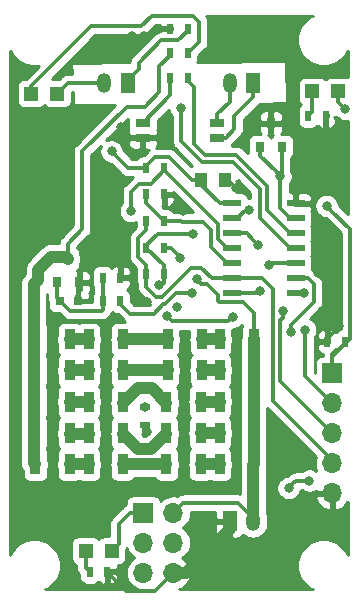
<source format=gbr>
G04 #@! TF.GenerationSoftware,KiCad,Pcbnew,(5.1.0)-1*
G04 #@! TF.CreationDate,2020-01-06T19:59:37+00:00*
G04 #@! TF.ProjectId,v4,76342e6b-6963-4616-945f-706362585858,rev?*
G04 #@! TF.SameCoordinates,Original*
G04 #@! TF.FileFunction,Copper,L1,Top*
G04 #@! TF.FilePolarity,Positive*
%FSLAX46Y46*%
G04 Gerber Fmt 4.6, Leading zero omitted, Abs format (unit mm)*
G04 Created by KiCad (PCBNEW (5.1.0)-1) date 2020-01-06 19:59:37*
%MOMM*%
%LPD*%
G04 APERTURE LIST*
%ADD10R,0.800000X0.900000*%
%ADD11R,0.900000X1.700000*%
%ADD12R,1.200000X1.200000*%
%ADD13R,1.000000X1.250000*%
%ADD14R,1.300000X0.800000*%
%ADD15R,1.200000X1.700000*%
%ADD16O,1.200000X1.700000*%
%ADD17R,0.500000X0.900000*%
%ADD18R,0.900000X0.500000*%
%ADD19R,0.800000X0.750000*%
%ADD20R,1.700000X1.700000*%
%ADD21O,1.700000X1.700000*%
%ADD22R,1.500000X0.600000*%
%ADD23C,0.800000*%
%ADD24C,0.300000*%
%ADD25C,1.000000*%
%ADD26C,0.254000*%
G04 APERTURE END LIST*
D10*
X123767600Y-59787600D03*
X125667600Y-59787600D03*
X124717600Y-57787600D03*
D11*
X107667600Y-76087600D03*
X104767600Y-76087600D03*
X112167600Y-76087600D03*
X109267600Y-76087600D03*
X118867600Y-76087600D03*
X115967600Y-76087600D03*
X123267600Y-76087600D03*
X120367600Y-76087600D03*
X107667600Y-84037600D03*
X104767600Y-84037600D03*
X107667600Y-86687600D03*
X104767600Y-86687600D03*
X112167600Y-84037600D03*
X109267600Y-84037600D03*
X112167600Y-86687600D03*
X109267600Y-86687600D03*
X118767600Y-84037600D03*
X115867600Y-84037600D03*
X118767600Y-86687600D03*
X115867600Y-86687600D03*
X123267600Y-84037600D03*
X120367600Y-84037600D03*
X123267600Y-86687600D03*
X120367600Y-86687600D03*
X107667600Y-78737600D03*
X104767600Y-78737600D03*
X107667600Y-81387600D03*
X104767600Y-81387600D03*
X112167600Y-78737600D03*
X109267600Y-78737600D03*
X112167600Y-81387600D03*
X109267600Y-81387600D03*
X118867600Y-78737600D03*
X115967600Y-78737600D03*
X118767600Y-81387600D03*
X115867600Y-81387600D03*
X123267600Y-78737600D03*
X120367600Y-78737600D03*
X123267600Y-81387600D03*
X120367600Y-81387600D03*
D12*
X111217600Y-93987600D03*
X109017600Y-93987600D03*
D13*
X118817600Y-62587600D03*
X120817600Y-62587600D03*
D12*
X106617600Y-55287600D03*
X104417600Y-55287600D03*
D14*
X113867600Y-57747600D03*
X113867600Y-59027600D03*
X120167600Y-59027600D03*
X120167600Y-57747600D03*
D12*
X130417600Y-55087600D03*
X128217600Y-55087600D03*
D15*
X123217600Y-54387600D03*
D16*
X121217600Y-54387600D03*
D17*
X110867600Y-95787600D03*
X109367600Y-95787600D03*
X130967600Y-76287600D03*
X129467600Y-76287600D03*
D18*
X114017600Y-81837600D03*
X114017600Y-83337600D03*
D17*
X114167600Y-68337600D03*
X115667600Y-68337600D03*
X129367600Y-57187600D03*
X127867600Y-57187600D03*
X116167600Y-51887600D03*
X117667600Y-51887600D03*
X116167600Y-49787600D03*
X117667600Y-49787600D03*
X110467600Y-70887600D03*
X111967600Y-70887600D03*
X110467600Y-72887600D03*
X111967600Y-72887600D03*
X116167600Y-53987600D03*
X117667600Y-53987600D03*
X114167600Y-63837600D03*
X115667600Y-63837600D03*
X114167600Y-66087600D03*
X115667600Y-66087600D03*
X114167600Y-70587600D03*
X115667600Y-70587600D03*
X114167600Y-61587600D03*
X115667600Y-61587600D03*
D19*
X108367600Y-72887600D03*
X106867600Y-72887600D03*
D20*
X129917600Y-78987600D03*
D21*
X129917600Y-81527600D03*
X129917600Y-84067600D03*
X129917600Y-86607600D03*
X129917600Y-89147600D03*
D20*
X113917600Y-90787600D03*
D21*
X116457600Y-90787600D03*
X113917600Y-93327600D03*
X116457600Y-93327600D03*
X113917600Y-95867600D03*
X116457600Y-95867600D03*
D15*
X121217600Y-91487600D03*
D16*
X123217600Y-91487600D03*
D22*
X121417600Y-64577600D03*
X121417600Y-65847600D03*
X121417600Y-67117600D03*
X121417600Y-68387600D03*
X121417600Y-69657600D03*
X121417600Y-70927600D03*
X121417600Y-72197600D03*
X126817600Y-72197600D03*
X126817600Y-70927600D03*
X126817600Y-69657600D03*
X126817600Y-68387600D03*
X126817600Y-67117600D03*
X126817600Y-65847600D03*
X126817600Y-64577600D03*
D15*
X112617600Y-54387600D03*
D16*
X110617600Y-54387600D03*
D10*
X106567600Y-71287600D03*
X108467600Y-71287600D03*
X107517600Y-69287600D03*
D23*
X114217600Y-83987600D03*
X119817600Y-51587600D03*
X119817600Y-49187600D03*
X112917600Y-50437610D03*
X113934889Y-50409368D03*
X111017600Y-67687600D03*
X109817600Y-67687600D03*
X105417600Y-89987600D03*
X106517600Y-89987600D03*
X105417600Y-91087600D03*
X106517600Y-91087600D03*
X112017600Y-58087600D03*
X125417600Y-86287600D03*
X125417600Y-87387600D03*
X128717600Y-69287600D03*
X128717600Y-70487600D03*
X121755525Y-63266240D03*
X127017600Y-63187600D03*
X109817600Y-68787600D03*
X111017600Y-68787600D03*
X103917600Y-67687600D03*
X105117600Y-67687600D03*
X113317600Y-72787600D03*
X117287772Y-65254798D03*
X114187550Y-72917650D03*
X130517634Y-74939699D03*
X111217600Y-60187600D03*
X118417600Y-70987600D03*
X117117600Y-56553279D03*
X118117600Y-67187600D03*
X125517600Y-62287600D03*
X127617600Y-75287600D03*
X121517604Y-74187600D03*
X115877103Y-74097241D03*
X115277454Y-71519104D03*
X124517600Y-69787600D03*
X118047655Y-72196396D03*
X122817533Y-65137590D03*
X129425452Y-64795296D03*
X123617600Y-68087600D03*
X125767610Y-73687600D03*
X112867589Y-65237589D03*
X131017600Y-56587600D03*
X123759203Y-71987611D03*
X127967610Y-88069510D03*
X126217600Y-88687600D03*
X127524287Y-72149244D03*
X114017600Y-81837612D03*
X117033977Y-69175389D03*
X126414253Y-75437610D03*
X116717600Y-73387600D03*
D24*
X112467600Y-97387600D02*
X110867600Y-95787600D01*
X116457600Y-95867600D02*
X114937600Y-97387600D01*
X114937600Y-97387600D02*
X112467600Y-97387600D01*
D25*
X117487600Y-95867600D02*
X116457600Y-95867600D01*
X121217600Y-91487600D02*
X121217600Y-92137600D01*
X121217600Y-92137600D02*
X117487600Y-95867600D01*
D24*
X114067600Y-83837600D02*
X114217600Y-83987600D01*
X114017600Y-83837600D02*
X114067600Y-83837600D01*
X108367600Y-71387600D02*
X108467600Y-71287600D01*
X108367600Y-72887600D02*
X108367600Y-71387600D01*
X114017600Y-83787600D02*
X114217600Y-83987600D01*
X114017600Y-83337600D02*
X114017600Y-83787600D01*
X121076885Y-62587600D02*
X121355526Y-62866241D01*
X120817600Y-62587600D02*
X121076885Y-62587600D01*
X121355526Y-62866241D02*
X121755525Y-63266240D01*
X126817600Y-64577600D02*
X126817600Y-63387600D01*
X126817600Y-63387600D02*
X127017600Y-63187600D01*
X129467600Y-76287600D02*
X129467600Y-76087600D01*
X130517634Y-75037566D02*
X130517634Y-74939699D01*
X129467600Y-76087600D02*
X130517634Y-75037566D01*
X120367600Y-64577600D02*
X121417600Y-64577600D01*
X118817600Y-63027600D02*
X120367600Y-64577600D01*
X118817600Y-62587600D02*
X118817600Y-63027600D01*
X107517600Y-54387600D02*
X106617600Y-55287600D01*
X110617600Y-54387600D02*
X107517600Y-54387600D01*
X111617599Y-60587599D02*
X111217600Y-60187600D01*
X112617600Y-61587600D02*
X111617599Y-60587599D01*
X114167600Y-61587600D02*
X112617600Y-61587600D01*
X118017600Y-62587600D02*
X116117599Y-60687599D01*
X114867601Y-60687599D02*
X114167600Y-61387600D01*
X118817600Y-62587600D02*
X118017600Y-62587600D01*
X114167600Y-61387600D02*
X114167600Y-61587600D01*
X116117599Y-60687599D02*
X114867601Y-60687599D01*
D25*
X123267600Y-76087600D02*
X123267600Y-78737600D01*
X123267600Y-81387600D02*
X123267600Y-84037600D01*
X123267600Y-78737600D02*
X123267600Y-81387600D01*
X123267600Y-86687600D02*
X123267600Y-84037600D01*
D24*
X123217600Y-91237600D02*
X123217600Y-91487600D01*
X121917601Y-89937601D02*
X123217600Y-91237600D01*
X117307599Y-89937601D02*
X121917601Y-89937601D01*
X116457600Y-90787600D02*
X117307599Y-89937601D01*
D25*
X123217600Y-86737600D02*
X123267600Y-86687600D01*
X123217600Y-91487600D02*
X123217600Y-86737600D01*
D24*
X118817599Y-71387599D02*
X118417600Y-70987600D01*
X123267600Y-73879596D02*
X122335605Y-72947601D01*
X120217599Y-72857601D02*
X120217599Y-72329595D01*
X120217599Y-72329595D02*
X119275603Y-71387599D01*
X119275603Y-71387599D02*
X118817599Y-71387599D01*
X120307599Y-72947601D02*
X120217599Y-72857601D01*
X122335605Y-72947601D02*
X120307599Y-72947601D01*
X123267600Y-76087600D02*
X123267600Y-73879596D01*
X113517600Y-52667598D02*
X113517600Y-53237600D01*
X117667600Y-49787600D02*
X117667600Y-49987600D01*
X117667600Y-49987600D02*
X116867601Y-50787599D01*
X115397599Y-50787599D02*
X113517600Y-52667598D01*
X112617600Y-54137600D02*
X112617600Y-54387600D01*
X113517600Y-53237600D02*
X112617600Y-54137600D01*
X116867601Y-50787599D02*
X115397599Y-50787599D01*
X121511066Y-61087611D02*
X118869068Y-61087611D01*
X117117600Y-59336143D02*
X117117600Y-57118964D01*
X117117600Y-57118964D02*
X117117600Y-56553279D01*
X126817600Y-68387600D02*
X126367600Y-68387600D01*
X123767602Y-63344147D02*
X121511066Y-61087611D01*
X118869068Y-61087611D02*
X117117600Y-59336143D01*
X126367600Y-68387600D02*
X123767602Y-65787602D01*
X123767602Y-65787602D02*
X123767602Y-63344147D01*
X113467599Y-69137599D02*
X114167600Y-69837600D01*
X114167600Y-66837600D02*
X113467599Y-67537601D01*
X114167600Y-69837600D02*
X114167600Y-70587600D01*
X114167600Y-66087600D02*
X114167600Y-66837600D01*
X113467599Y-67537601D02*
X113467599Y-69137599D01*
X122467600Y-70927600D02*
X121417600Y-70927600D01*
X123965603Y-70927600D02*
X122467600Y-70927600D01*
X124917600Y-71879597D02*
X123965603Y-70927600D01*
X124917600Y-81287600D02*
X124917600Y-71879597D01*
X129917600Y-86287600D02*
X124917600Y-81287600D01*
X129917600Y-86607600D02*
X129917600Y-86287600D01*
X118825602Y-70037598D02*
X117961057Y-70037598D01*
X117961057Y-70037598D02*
X115461068Y-72537587D01*
X115009583Y-72537587D02*
X114167600Y-71695604D01*
X114167600Y-71695604D02*
X114167600Y-71337600D01*
X115461068Y-72537587D02*
X115009583Y-72537587D01*
X119715604Y-70927600D02*
X118825602Y-70037598D01*
X121417600Y-70927600D02*
X119715604Y-70927600D01*
X114167600Y-71337600D02*
X114167600Y-70587600D01*
X116167600Y-55447600D02*
X113867600Y-57747600D01*
X116167600Y-53987600D02*
X116167600Y-55447600D01*
X117667600Y-54187600D02*
X117667600Y-53987600D01*
X118217600Y-59587600D02*
X118217600Y-54737600D01*
X124367613Y-63095615D02*
X121759598Y-60487600D01*
X121759598Y-60487600D02*
X119117600Y-60487600D01*
X119117600Y-60487600D02*
X118217600Y-59587600D01*
X124367613Y-65117613D02*
X124367613Y-63095615D01*
X118217600Y-54737600D02*
X117667600Y-54187600D01*
X126817600Y-67117600D02*
X126367600Y-67117600D01*
X126367600Y-67117600D02*
X124367613Y-65117613D01*
D25*
X118767600Y-81387600D02*
X120367600Y-81387600D01*
X118867600Y-78687600D02*
X120367600Y-78687600D01*
X112167600Y-81487600D02*
X113417589Y-80237611D01*
X114617611Y-80237611D02*
X115867600Y-81487600D01*
X113417589Y-80237611D02*
X114617611Y-80237611D01*
X115967600Y-78737600D02*
X112167600Y-78737600D01*
X109267600Y-81387600D02*
X107667600Y-81387600D01*
X107667600Y-78737600D02*
X109267600Y-78737600D01*
D24*
X107517600Y-67987600D02*
X107517600Y-69287600D01*
X108717600Y-60187600D02*
X108717600Y-66787600D01*
X116167600Y-52087600D02*
X115267599Y-52987601D01*
X116167600Y-51887600D02*
X116167600Y-52087600D01*
X108717600Y-66787600D02*
X107517600Y-67987600D01*
X115267599Y-52987601D02*
X115267599Y-55137601D01*
X115267599Y-55137601D02*
X114017600Y-56387600D01*
X114017600Y-56387600D02*
X112517600Y-56387600D01*
X112517600Y-56387600D02*
X108717600Y-60187600D01*
D25*
X104624909Y-86544909D02*
X104624909Y-71443451D01*
X104767600Y-86687600D02*
X104624909Y-86544909D01*
X107317600Y-69087600D02*
X107517600Y-69287600D01*
X104624909Y-71443451D02*
X104999180Y-71069180D01*
X104999180Y-71069180D02*
X104999180Y-70206018D01*
X104999180Y-70206018D02*
X106117598Y-69087600D01*
X106117598Y-69087600D02*
X107317600Y-69087600D01*
D24*
X109517600Y-49587600D02*
X104417600Y-54687600D01*
X118617600Y-50937600D02*
X118617600Y-49227598D01*
X104417600Y-54687600D02*
X104417600Y-55287600D01*
X117667600Y-51887600D02*
X118617600Y-50937600D01*
X118617600Y-49227598D02*
X118077602Y-48687600D01*
X118077602Y-48687600D02*
X114617600Y-48687600D01*
X114617600Y-48687600D02*
X113717600Y-49587600D01*
X113717600Y-49587600D02*
X109517600Y-49587600D01*
X127967600Y-57187600D02*
X127867600Y-57187600D01*
X128217600Y-56837600D02*
X128217600Y-55087600D01*
X127867600Y-57187600D02*
X128217600Y-56837600D01*
X115667600Y-69837600D02*
X114167600Y-68337600D01*
X115667600Y-70587600D02*
X115667600Y-69837600D01*
X114167600Y-68137600D02*
X115117600Y-67187600D01*
X117551915Y-67187600D02*
X118117600Y-67187600D01*
X114167600Y-68337600D02*
X114167600Y-68137600D01*
X115117600Y-67187600D02*
X117551915Y-67187600D01*
X123767600Y-59737600D02*
X123767600Y-60537600D01*
X125117601Y-61887601D02*
X125517600Y-62287600D01*
X125517600Y-62853285D02*
X125517600Y-62287600D01*
X126367600Y-65847600D02*
X125517600Y-64997600D01*
X126817600Y-65847600D02*
X126367600Y-65847600D01*
X123767600Y-60537600D02*
X125117601Y-61887601D01*
X125667600Y-62137600D02*
X125517600Y-62287600D01*
X125517600Y-64997600D02*
X125517600Y-62853285D01*
X125667600Y-59787600D02*
X125667600Y-62137600D01*
X127617600Y-79227600D02*
X129917600Y-81527600D01*
X127617600Y-75287600D02*
X127617600Y-79227600D01*
X121517604Y-74187600D02*
X121117605Y-74587599D01*
X116277102Y-74497240D02*
X115877103Y-74097241D01*
X115667600Y-70587600D02*
X115667600Y-71337600D01*
X115667600Y-71337600D02*
X115486096Y-71519104D01*
X115486096Y-71519104D02*
X115277454Y-71519104D01*
X116367461Y-74587599D02*
X116277102Y-74497240D01*
X121117605Y-74587599D02*
X116367461Y-74587599D01*
X126817600Y-69657600D02*
X124647600Y-69657600D01*
X124647600Y-69657600D02*
X124517600Y-69787600D01*
X116650802Y-72196396D02*
X117481970Y-72196396D01*
X115609598Y-73137598D02*
X115709600Y-73137598D01*
X114809594Y-73937602D02*
X115609598Y-73137598D01*
X111967600Y-72887600D02*
X111967600Y-73087600D01*
X117481970Y-72196396D02*
X118047655Y-72196396D01*
X112817602Y-73937602D02*
X114809594Y-73937602D01*
X115709600Y-73137598D02*
X116650802Y-72196396D01*
X111967600Y-73087600D02*
X112817602Y-73937602D01*
X106567600Y-72587600D02*
X106867600Y-72887600D01*
X106567600Y-71287600D02*
X106567600Y-72587600D01*
X110467600Y-70887600D02*
X110467600Y-72887600D01*
X106892600Y-72887600D02*
X106867600Y-72887600D01*
X107717601Y-73712601D02*
X106892600Y-72887600D01*
X110392599Y-73712601D02*
X107717601Y-73712601D01*
X110467600Y-73637600D02*
X110392599Y-73712601D01*
X110467600Y-72887600D02*
X110467600Y-73637600D01*
X120877600Y-59027600D02*
X120167600Y-59027600D01*
X121617600Y-58287600D02*
X120877600Y-59027600D01*
X121617600Y-57169302D02*
X121617600Y-58287600D01*
X123217600Y-54387600D02*
X123217600Y-55569302D01*
X123217600Y-55569302D02*
X121617600Y-57169302D01*
X120167600Y-57037600D02*
X120167600Y-57747600D01*
X121217600Y-54387600D02*
X121217600Y-55987600D01*
X121217600Y-55987600D02*
X120167600Y-57037600D01*
X109017600Y-95437600D02*
X109017600Y-93987600D01*
X109367600Y-95787600D02*
X109017600Y-95437600D01*
X121867600Y-65847600D02*
X122577610Y-65137590D01*
X122577610Y-65137590D02*
X122817533Y-65137590D01*
X121417600Y-65847600D02*
X121867600Y-65847600D01*
X130967600Y-76487600D02*
X130967600Y-76287600D01*
X130417600Y-77037600D02*
X130967600Y-76487600D01*
X130217600Y-77037600D02*
X130417600Y-77037600D01*
X129917600Y-77337600D02*
X130217600Y-77037600D01*
X129917600Y-78987600D02*
X129917600Y-77337600D01*
X129825451Y-65195295D02*
X129425452Y-64795296D01*
X131392590Y-66762434D02*
X129825451Y-65195295D01*
X131392590Y-76112610D02*
X131392590Y-66762434D01*
X129917600Y-78987600D02*
X129917600Y-77587600D01*
X129917600Y-77587600D02*
X131392590Y-76112610D01*
X123217601Y-67687601D02*
X123617600Y-68087600D01*
X122647600Y-67117600D02*
X123217601Y-67687601D01*
X121417600Y-67117600D02*
X122647600Y-67117600D01*
X125517609Y-79667609D02*
X125517609Y-74503286D01*
X129917600Y-84067600D02*
X125517609Y-79667609D01*
X125517609Y-74503286D02*
X125767610Y-74253285D01*
X125767610Y-74253285D02*
X125767610Y-73687600D01*
X113557599Y-62937599D02*
X112867589Y-63627609D01*
X115667600Y-61787600D02*
X114517601Y-62937599D01*
X114517601Y-62937599D02*
X113557599Y-62937599D01*
X112867589Y-63627609D02*
X112867589Y-64671904D01*
X112867589Y-64671904D02*
X112867589Y-65237589D01*
X120217599Y-66337599D02*
X120217599Y-67637599D01*
X115667600Y-61587600D02*
X115667600Y-61787600D01*
X120967600Y-68387600D02*
X121417600Y-68387600D01*
X115667600Y-61787600D02*
X120217599Y-66337599D01*
X120217599Y-67637599D02*
X120967600Y-68387600D01*
X114167600Y-64587600D02*
X115667600Y-66087600D01*
X114167600Y-63837600D02*
X114167600Y-64587600D01*
X119617588Y-68307588D02*
X120967600Y-69657600D01*
X115667600Y-66087600D02*
X117117600Y-66087600D01*
X117117600Y-66087600D02*
X117167598Y-66137598D01*
X117167598Y-66137598D02*
X118925606Y-66137598D01*
X118925606Y-66137598D02*
X119617588Y-66829580D01*
X120967600Y-69657600D02*
X121417600Y-69657600D01*
X119617588Y-66829580D02*
X119617588Y-68307588D01*
X130417600Y-55987600D02*
X131017600Y-56587600D01*
X130417600Y-55087600D02*
X130417600Y-55987600D01*
X123549214Y-72197600D02*
X123759203Y-71987611D01*
X121417600Y-72197600D02*
X123549214Y-72197600D01*
X112767600Y-90787600D02*
X113917600Y-90787600D01*
X111817600Y-91737600D02*
X112767600Y-90787600D01*
X111217600Y-93987600D02*
X111817600Y-93387600D01*
X111817600Y-93387600D02*
X111817600Y-91737600D01*
X127967610Y-88069510D02*
X126835690Y-88069510D01*
X126617599Y-88287601D02*
X126217600Y-88687600D01*
X126835690Y-88069510D02*
X126617599Y-88287601D01*
X126817600Y-72197600D02*
X126865956Y-72149244D01*
X126865956Y-72149244D02*
X126958602Y-72149244D01*
X126958602Y-72149244D02*
X127524287Y-72149244D01*
X115667600Y-68337600D02*
X116217600Y-68337600D01*
X117033977Y-69153977D02*
X117033977Y-69175389D01*
X116217600Y-68337600D02*
X117033977Y-69153977D01*
X128374288Y-71434288D02*
X128374288Y-72906378D01*
X126817600Y-70927600D02*
X127867600Y-70927600D01*
X127867600Y-70927600D02*
X128374288Y-71434288D01*
X126414253Y-75432098D02*
X126414253Y-75437610D01*
X126414253Y-74866413D02*
X126414253Y-75432098D01*
X128374288Y-72906378D02*
X126414253Y-74866413D01*
D25*
X118767600Y-86687600D02*
X120367600Y-86687600D01*
X118767600Y-84037600D02*
X120367600Y-84037600D01*
X112167600Y-86687600D02*
X115867600Y-86687600D01*
X112167600Y-84087600D02*
X113467590Y-85387590D01*
X114567610Y-85387590D02*
X115867600Y-84087600D01*
X113467590Y-85387590D02*
X114567610Y-85387590D01*
X107667600Y-86687600D02*
X109267600Y-86687600D01*
X107667600Y-84087600D02*
X109267600Y-84087600D01*
X118867600Y-76087600D02*
X120367600Y-76087600D01*
X112167600Y-76087600D02*
X115967600Y-76087600D01*
X107667600Y-76087600D02*
X109267600Y-76087600D01*
D26*
G36*
X128545065Y-86025222D02*
G01*
X128539001Y-86036566D01*
X128454087Y-86316489D01*
X128425415Y-86607600D01*
X128454087Y-86898711D01*
X128539001Y-87178634D01*
X128562185Y-87222009D01*
X128457866Y-87152305D01*
X128269508Y-87074284D01*
X128069549Y-87034510D01*
X127865671Y-87034510D01*
X127665712Y-87074284D01*
X127477354Y-87152305D01*
X127307836Y-87265573D01*
X127288899Y-87284510D01*
X126874242Y-87284510D01*
X126835689Y-87280713D01*
X126797136Y-87284510D01*
X126797129Y-87284510D01*
X126696180Y-87294453D01*
X126681802Y-87295869D01*
X126653865Y-87304344D01*
X126533830Y-87340756D01*
X126397457Y-87413648D01*
X126277926Y-87511746D01*
X126253343Y-87541700D01*
X126142443Y-87652600D01*
X126115661Y-87652600D01*
X125915702Y-87692374D01*
X125727344Y-87770395D01*
X125557826Y-87883663D01*
X125413663Y-88027826D01*
X125300395Y-88197344D01*
X125222374Y-88385702D01*
X125182600Y-88585661D01*
X125182600Y-88789539D01*
X125222374Y-88989498D01*
X125300395Y-89177856D01*
X125413663Y-89347374D01*
X125557826Y-89491537D01*
X125727344Y-89604805D01*
X125915702Y-89682826D01*
X126115661Y-89722600D01*
X126319539Y-89722600D01*
X126519498Y-89682826D01*
X126707856Y-89604805D01*
X126857988Y-89504490D01*
X128476124Y-89504490D01*
X128520775Y-89651699D01*
X128645959Y-89914520D01*
X128820012Y-90147869D01*
X129036245Y-90342778D01*
X129286348Y-90491757D01*
X129560709Y-90589081D01*
X129790600Y-90468414D01*
X129790600Y-89274600D01*
X128597445Y-89274600D01*
X128476124Y-89504490D01*
X126857988Y-89504490D01*
X126877374Y-89491537D01*
X127021537Y-89347374D01*
X127134805Y-89177856D01*
X127212826Y-88989498D01*
X127239677Y-88854510D01*
X127288899Y-88854510D01*
X127307836Y-88873447D01*
X127477354Y-88986715D01*
X127665712Y-89064736D01*
X127865671Y-89104510D01*
X128069549Y-89104510D01*
X128269508Y-89064736D01*
X128457866Y-88986715D01*
X128547837Y-88926598D01*
X128597445Y-89020600D01*
X129790600Y-89020600D01*
X129790600Y-89000600D01*
X130044600Y-89000600D01*
X130044600Y-89020600D01*
X130064600Y-89020600D01*
X130064600Y-89274600D01*
X130044600Y-89274600D01*
X130044600Y-90468414D01*
X130274491Y-90589081D01*
X130548852Y-90491757D01*
X130798955Y-90342778D01*
X131015188Y-90147869D01*
X131189241Y-89914520D01*
X131207601Y-89875974D01*
X131207601Y-94322263D01*
X131148231Y-94178931D01*
X130903638Y-93812871D01*
X130592329Y-93501562D01*
X130226269Y-93256969D01*
X129819525Y-93088490D01*
X129387728Y-93002600D01*
X128947472Y-93002600D01*
X128515675Y-93088490D01*
X128108931Y-93256969D01*
X127742871Y-93501562D01*
X127431562Y-93812871D01*
X127186969Y-94178931D01*
X127018490Y-94585675D01*
X126932600Y-95017472D01*
X126932600Y-95457728D01*
X127018490Y-95889525D01*
X127186969Y-96296269D01*
X127431562Y-96662329D01*
X127742871Y-96973638D01*
X128108931Y-97218231D01*
X128252260Y-97277600D01*
X116903237Y-97277600D01*
X117088852Y-97211757D01*
X117338955Y-97062778D01*
X117555188Y-96867869D01*
X117729241Y-96634520D01*
X117854425Y-96371699D01*
X117899076Y-96224490D01*
X117777755Y-95994600D01*
X116584600Y-95994600D01*
X116584600Y-96014600D01*
X116330600Y-96014600D01*
X116330600Y-95994600D01*
X116310600Y-95994600D01*
X116310600Y-95740600D01*
X116330600Y-95740600D01*
X116330600Y-95720600D01*
X116584600Y-95720600D01*
X116584600Y-95740600D01*
X117777755Y-95740600D01*
X117899076Y-95510710D01*
X117854425Y-95363501D01*
X117729241Y-95100680D01*
X117555188Y-94867331D01*
X117338955Y-94672422D01*
X117222077Y-94602801D01*
X117286614Y-94568306D01*
X117512734Y-94382734D01*
X117698306Y-94156614D01*
X117836199Y-93898634D01*
X117921113Y-93618711D01*
X117949785Y-93327600D01*
X117921113Y-93036489D01*
X117836199Y-92756566D01*
X117698306Y-92498586D01*
X117566189Y-92337600D01*
X119979528Y-92337600D01*
X119991788Y-92462082D01*
X120028098Y-92581780D01*
X120087063Y-92692094D01*
X120166415Y-92788785D01*
X120263106Y-92868137D01*
X120373420Y-92927102D01*
X120493118Y-92963412D01*
X120617600Y-92975672D01*
X120931850Y-92972600D01*
X121090600Y-92813850D01*
X121090600Y-91614600D01*
X120141350Y-91614600D01*
X119982600Y-91773350D01*
X119979528Y-92337600D01*
X117566189Y-92337600D01*
X117512734Y-92272466D01*
X117286614Y-92086894D01*
X117231809Y-92057600D01*
X117286614Y-92028306D01*
X117512734Y-91842734D01*
X117698306Y-91616614D01*
X117836199Y-91358634D01*
X117921113Y-91078711D01*
X117949785Y-90787600D01*
X117943383Y-90722601D01*
X119979991Y-90722601D01*
X119982600Y-91201850D01*
X120141350Y-91360600D01*
X121090600Y-91360600D01*
X121090600Y-91340600D01*
X121344600Y-91340600D01*
X121344600Y-91360600D01*
X121364600Y-91360600D01*
X121364600Y-91614600D01*
X121344600Y-91614600D01*
X121344600Y-92813850D01*
X121503350Y-92972600D01*
X121817600Y-92975672D01*
X121942082Y-92963412D01*
X122061780Y-92927102D01*
X122172094Y-92868137D01*
X122268785Y-92788785D01*
X122348137Y-92692094D01*
X122374292Y-92643163D01*
X122528152Y-92769433D01*
X122742700Y-92884111D01*
X122975499Y-92954730D01*
X123217600Y-92978575D01*
X123459702Y-92954730D01*
X123692501Y-92884111D01*
X123907049Y-92769433D01*
X124095102Y-92615102D01*
X124249433Y-92427049D01*
X124364111Y-92212500D01*
X124434730Y-91979701D01*
X124452600Y-91798264D01*
X124452600Y-91176935D01*
X124434730Y-90995498D01*
X124364111Y-90762699D01*
X124352600Y-90741163D01*
X124352600Y-87568792D01*
X124355672Y-87537600D01*
X124355672Y-87010660D01*
X124386177Y-86910099D01*
X124402600Y-86743352D01*
X124402600Y-86743351D01*
X124408091Y-86687600D01*
X124402600Y-86631848D01*
X124402600Y-81882757D01*
X128545065Y-86025222D01*
X128545065Y-86025222D01*
G37*
X128545065Y-86025222D02*
X128539001Y-86036566D01*
X128454087Y-86316489D01*
X128425415Y-86607600D01*
X128454087Y-86898711D01*
X128539001Y-87178634D01*
X128562185Y-87222009D01*
X128457866Y-87152305D01*
X128269508Y-87074284D01*
X128069549Y-87034510D01*
X127865671Y-87034510D01*
X127665712Y-87074284D01*
X127477354Y-87152305D01*
X127307836Y-87265573D01*
X127288899Y-87284510D01*
X126874242Y-87284510D01*
X126835689Y-87280713D01*
X126797136Y-87284510D01*
X126797129Y-87284510D01*
X126696180Y-87294453D01*
X126681802Y-87295869D01*
X126653865Y-87304344D01*
X126533830Y-87340756D01*
X126397457Y-87413648D01*
X126277926Y-87511746D01*
X126253343Y-87541700D01*
X126142443Y-87652600D01*
X126115661Y-87652600D01*
X125915702Y-87692374D01*
X125727344Y-87770395D01*
X125557826Y-87883663D01*
X125413663Y-88027826D01*
X125300395Y-88197344D01*
X125222374Y-88385702D01*
X125182600Y-88585661D01*
X125182600Y-88789539D01*
X125222374Y-88989498D01*
X125300395Y-89177856D01*
X125413663Y-89347374D01*
X125557826Y-89491537D01*
X125727344Y-89604805D01*
X125915702Y-89682826D01*
X126115661Y-89722600D01*
X126319539Y-89722600D01*
X126519498Y-89682826D01*
X126707856Y-89604805D01*
X126857988Y-89504490D01*
X128476124Y-89504490D01*
X128520775Y-89651699D01*
X128645959Y-89914520D01*
X128820012Y-90147869D01*
X129036245Y-90342778D01*
X129286348Y-90491757D01*
X129560709Y-90589081D01*
X129790600Y-90468414D01*
X129790600Y-89274600D01*
X128597445Y-89274600D01*
X128476124Y-89504490D01*
X126857988Y-89504490D01*
X126877374Y-89491537D01*
X127021537Y-89347374D01*
X127134805Y-89177856D01*
X127212826Y-88989498D01*
X127239677Y-88854510D01*
X127288899Y-88854510D01*
X127307836Y-88873447D01*
X127477354Y-88986715D01*
X127665712Y-89064736D01*
X127865671Y-89104510D01*
X128069549Y-89104510D01*
X128269508Y-89064736D01*
X128457866Y-88986715D01*
X128547837Y-88926598D01*
X128597445Y-89020600D01*
X129790600Y-89020600D01*
X129790600Y-89000600D01*
X130044600Y-89000600D01*
X130044600Y-89020600D01*
X130064600Y-89020600D01*
X130064600Y-89274600D01*
X130044600Y-89274600D01*
X130044600Y-90468414D01*
X130274491Y-90589081D01*
X130548852Y-90491757D01*
X130798955Y-90342778D01*
X131015188Y-90147869D01*
X131189241Y-89914520D01*
X131207601Y-89875974D01*
X131207601Y-94322263D01*
X131148231Y-94178931D01*
X130903638Y-93812871D01*
X130592329Y-93501562D01*
X130226269Y-93256969D01*
X129819525Y-93088490D01*
X129387728Y-93002600D01*
X128947472Y-93002600D01*
X128515675Y-93088490D01*
X128108931Y-93256969D01*
X127742871Y-93501562D01*
X127431562Y-93812871D01*
X127186969Y-94178931D01*
X127018490Y-94585675D01*
X126932600Y-95017472D01*
X126932600Y-95457728D01*
X127018490Y-95889525D01*
X127186969Y-96296269D01*
X127431562Y-96662329D01*
X127742871Y-96973638D01*
X128108931Y-97218231D01*
X128252260Y-97277600D01*
X116903237Y-97277600D01*
X117088852Y-97211757D01*
X117338955Y-97062778D01*
X117555188Y-96867869D01*
X117729241Y-96634520D01*
X117854425Y-96371699D01*
X117899076Y-96224490D01*
X117777755Y-95994600D01*
X116584600Y-95994600D01*
X116584600Y-96014600D01*
X116330600Y-96014600D01*
X116330600Y-95994600D01*
X116310600Y-95994600D01*
X116310600Y-95740600D01*
X116330600Y-95740600D01*
X116330600Y-95720600D01*
X116584600Y-95720600D01*
X116584600Y-95740600D01*
X117777755Y-95740600D01*
X117899076Y-95510710D01*
X117854425Y-95363501D01*
X117729241Y-95100680D01*
X117555188Y-94867331D01*
X117338955Y-94672422D01*
X117222077Y-94602801D01*
X117286614Y-94568306D01*
X117512734Y-94382734D01*
X117698306Y-94156614D01*
X117836199Y-93898634D01*
X117921113Y-93618711D01*
X117949785Y-93327600D01*
X117921113Y-93036489D01*
X117836199Y-92756566D01*
X117698306Y-92498586D01*
X117566189Y-92337600D01*
X119979528Y-92337600D01*
X119991788Y-92462082D01*
X120028098Y-92581780D01*
X120087063Y-92692094D01*
X120166415Y-92788785D01*
X120263106Y-92868137D01*
X120373420Y-92927102D01*
X120493118Y-92963412D01*
X120617600Y-92975672D01*
X120931850Y-92972600D01*
X121090600Y-92813850D01*
X121090600Y-91614600D01*
X120141350Y-91614600D01*
X119982600Y-91773350D01*
X119979528Y-92337600D01*
X117566189Y-92337600D01*
X117512734Y-92272466D01*
X117286614Y-92086894D01*
X117231809Y-92057600D01*
X117286614Y-92028306D01*
X117512734Y-91842734D01*
X117698306Y-91616614D01*
X117836199Y-91358634D01*
X117921113Y-91078711D01*
X117949785Y-90787600D01*
X117943383Y-90722601D01*
X119979991Y-90722601D01*
X119982600Y-91201850D01*
X120141350Y-91360600D01*
X121090600Y-91360600D01*
X121090600Y-91340600D01*
X121344600Y-91340600D01*
X121344600Y-91360600D01*
X121364600Y-91360600D01*
X121364600Y-91614600D01*
X121344600Y-91614600D01*
X121344600Y-92813850D01*
X121503350Y-92972600D01*
X121817600Y-92975672D01*
X121942082Y-92963412D01*
X122061780Y-92927102D01*
X122172094Y-92868137D01*
X122268785Y-92788785D01*
X122348137Y-92692094D01*
X122374292Y-92643163D01*
X122528152Y-92769433D01*
X122742700Y-92884111D01*
X122975499Y-92954730D01*
X123217600Y-92978575D01*
X123459702Y-92954730D01*
X123692501Y-92884111D01*
X123907049Y-92769433D01*
X124095102Y-92615102D01*
X124249433Y-92427049D01*
X124364111Y-92212500D01*
X124434730Y-91979701D01*
X124452600Y-91798264D01*
X124452600Y-91176935D01*
X124434730Y-90995498D01*
X124364111Y-90762699D01*
X124352600Y-90741163D01*
X124352600Y-87568792D01*
X124355672Y-87537600D01*
X124355672Y-87010660D01*
X124386177Y-86910099D01*
X124402600Y-86743352D01*
X124402600Y-86743351D01*
X124408091Y-86687600D01*
X124402600Y-86631848D01*
X124402600Y-81882757D01*
X128545065Y-86025222D01*
G36*
X102686969Y-51796269D02*
G01*
X102931562Y-52162329D01*
X103242871Y-52473638D01*
X103608931Y-52718231D01*
X104015675Y-52886710D01*
X104447472Y-52972600D01*
X104887728Y-52972600D01*
X105055893Y-52939150D01*
X103945515Y-54049528D01*
X103817600Y-54049528D01*
X103693118Y-54061788D01*
X103573420Y-54098098D01*
X103463106Y-54157063D01*
X103366415Y-54236415D01*
X103287063Y-54333106D01*
X103228098Y-54443420D01*
X103191788Y-54563118D01*
X103179528Y-54687600D01*
X103179528Y-55887600D01*
X103191788Y-56012082D01*
X103228098Y-56131780D01*
X103287063Y-56242094D01*
X103366415Y-56338785D01*
X103463106Y-56418137D01*
X103573420Y-56477102D01*
X103693118Y-56513412D01*
X103817600Y-56525672D01*
X105017600Y-56525672D01*
X105142082Y-56513412D01*
X105261780Y-56477102D01*
X105372094Y-56418137D01*
X105468785Y-56338785D01*
X105517600Y-56279304D01*
X105566415Y-56338785D01*
X105663106Y-56418137D01*
X105773420Y-56477102D01*
X105893118Y-56513412D01*
X106017600Y-56525672D01*
X107217600Y-56525672D01*
X107342082Y-56513412D01*
X107461780Y-56477102D01*
X107572094Y-56418137D01*
X107668785Y-56338785D01*
X107748137Y-56242094D01*
X107807102Y-56131780D01*
X107843412Y-56012082D01*
X107855672Y-55887600D01*
X107855672Y-55172600D01*
X107921144Y-55172600D01*
X107965727Y-56168281D01*
X107968290Y-56188598D01*
X107975750Y-56212350D01*
X107987701Y-56234191D01*
X108003683Y-56253280D01*
X108023083Y-56268884D01*
X108045153Y-56280404D01*
X108069048Y-56287397D01*
X108093847Y-56289594D01*
X111539275Y-56255768D01*
X108189790Y-59605253D01*
X108159836Y-59629836D01*
X108061738Y-59749368D01*
X107988846Y-59885741D01*
X107943959Y-60033714D01*
X107932600Y-60149040D01*
X107932600Y-60149047D01*
X107928803Y-60187600D01*
X107932600Y-60226153D01*
X107932601Y-66462441D01*
X106989790Y-67405253D01*
X106959836Y-67429836D01*
X106861738Y-67549368D01*
X106788846Y-67685741D01*
X106743959Y-67833714D01*
X106732600Y-67949040D01*
X106732600Y-67949047D01*
X106732250Y-67952600D01*
X106173349Y-67952600D01*
X106117598Y-67947109D01*
X106061846Y-67952600D01*
X105895099Y-67969023D01*
X105681151Y-68033924D01*
X105483975Y-68139316D01*
X105311149Y-68281151D01*
X105275606Y-68324460D01*
X104236040Y-69364027D01*
X104192732Y-69399569D01*
X104050897Y-69572395D01*
X103945504Y-69769571D01*
X103880603Y-69983519D01*
X103864180Y-70150266D01*
X103858689Y-70206018D01*
X103864180Y-70261769D01*
X103864180Y-70599049D01*
X103861769Y-70601460D01*
X103818461Y-70637002D01*
X103676626Y-70809828D01*
X103655667Y-70849040D01*
X103571233Y-71007005D01*
X103506332Y-71220953D01*
X103484418Y-71443451D01*
X103489910Y-71499212D01*
X103489909Y-86489158D01*
X103484418Y-86544909D01*
X103494390Y-86646160D01*
X103506332Y-86767407D01*
X103571233Y-86981355D01*
X103676625Y-87178532D01*
X103679528Y-87182069D01*
X103679528Y-87537600D01*
X103691788Y-87662082D01*
X103728098Y-87781780D01*
X103787063Y-87892094D01*
X103866415Y-87988785D01*
X103963106Y-88068137D01*
X104073420Y-88127102D01*
X104193118Y-88163412D01*
X104317600Y-88175672D01*
X105217600Y-88175672D01*
X105342082Y-88163412D01*
X105461780Y-88127102D01*
X105572094Y-88068137D01*
X105668785Y-87988785D01*
X105748137Y-87892094D01*
X105807102Y-87781780D01*
X105843412Y-87662082D01*
X105855672Y-87537600D01*
X105855672Y-87010660D01*
X105886177Y-86910099D01*
X105908091Y-86687600D01*
X105886177Y-86465102D01*
X105855672Y-86364541D01*
X105855672Y-85837600D01*
X105843412Y-85713118D01*
X105807102Y-85593420D01*
X105759909Y-85505130D01*
X105759909Y-85220070D01*
X105807102Y-85131780D01*
X105843412Y-85012082D01*
X105855672Y-84887600D01*
X105855672Y-83187600D01*
X105843412Y-83063118D01*
X105807102Y-82943420D01*
X105759909Y-82855130D01*
X105759909Y-82570070D01*
X105807102Y-82481780D01*
X105843412Y-82362082D01*
X105855672Y-82237600D01*
X105855672Y-80537600D01*
X105843412Y-80413118D01*
X105807102Y-80293420D01*
X105759909Y-80205130D01*
X105759909Y-79920070D01*
X105807102Y-79831780D01*
X105843412Y-79712082D01*
X105855672Y-79587600D01*
X105855672Y-77887600D01*
X105843412Y-77763118D01*
X105807102Y-77643420D01*
X105759909Y-77555130D01*
X105759909Y-77270070D01*
X105807102Y-77181780D01*
X105843412Y-77062082D01*
X105855672Y-76937600D01*
X105855672Y-76087600D01*
X106527109Y-76087600D01*
X106549023Y-76310099D01*
X106579528Y-76410660D01*
X106579528Y-76937600D01*
X106591788Y-77062082D01*
X106628098Y-77181780D01*
X106687063Y-77292094D01*
X106766415Y-77388785D01*
X106795434Y-77412600D01*
X106766415Y-77436415D01*
X106687063Y-77533106D01*
X106628098Y-77643420D01*
X106591788Y-77763118D01*
X106579528Y-77887600D01*
X106579528Y-78414540D01*
X106549023Y-78515101D01*
X106527109Y-78737600D01*
X106549023Y-78960099D01*
X106579528Y-79060660D01*
X106579528Y-79587600D01*
X106591788Y-79712082D01*
X106628098Y-79831780D01*
X106687063Y-79942094D01*
X106766415Y-80038785D01*
X106795434Y-80062600D01*
X106766415Y-80086415D01*
X106687063Y-80183106D01*
X106628098Y-80293420D01*
X106591788Y-80413118D01*
X106579528Y-80537600D01*
X106579528Y-81064540D01*
X106549023Y-81165101D01*
X106527109Y-81387600D01*
X106549023Y-81610099D01*
X106579528Y-81710660D01*
X106579528Y-82237600D01*
X106591788Y-82362082D01*
X106628098Y-82481780D01*
X106687063Y-82592094D01*
X106766415Y-82688785D01*
X106795434Y-82712600D01*
X106766415Y-82736415D01*
X106687063Y-82833106D01*
X106628098Y-82943420D01*
X106591788Y-83063118D01*
X106579528Y-83187600D01*
X106579528Y-83764540D01*
X106549023Y-83865101D01*
X106527109Y-84087600D01*
X106549023Y-84310099D01*
X106579528Y-84410660D01*
X106579528Y-84887600D01*
X106591788Y-85012082D01*
X106628098Y-85131780D01*
X106687063Y-85242094D01*
X106766415Y-85338785D01*
X106795434Y-85362600D01*
X106766415Y-85386415D01*
X106687063Y-85483106D01*
X106628098Y-85593420D01*
X106591788Y-85713118D01*
X106579528Y-85837600D01*
X106579528Y-86364540D01*
X106549023Y-86465101D01*
X106527109Y-86687600D01*
X106549023Y-86910099D01*
X106579528Y-87010660D01*
X106579528Y-87537600D01*
X106591788Y-87662082D01*
X106628098Y-87781780D01*
X106687063Y-87892094D01*
X106766415Y-87988785D01*
X106863106Y-88068137D01*
X106973420Y-88127102D01*
X107093118Y-88163412D01*
X107217600Y-88175672D01*
X108117600Y-88175672D01*
X108242082Y-88163412D01*
X108361780Y-88127102D01*
X108467600Y-88070539D01*
X108573420Y-88127102D01*
X108693118Y-88163412D01*
X108817600Y-88175672D01*
X109717600Y-88175672D01*
X109842082Y-88163412D01*
X109961780Y-88127102D01*
X110072094Y-88068137D01*
X110168785Y-87988785D01*
X110248137Y-87892094D01*
X110307102Y-87781780D01*
X110343412Y-87662082D01*
X110355672Y-87537600D01*
X110355672Y-87010660D01*
X110386177Y-86910099D01*
X110408091Y-86687600D01*
X110386177Y-86465101D01*
X110355672Y-86364540D01*
X110355672Y-85837600D01*
X110343412Y-85713118D01*
X110307102Y-85593420D01*
X110248137Y-85483106D01*
X110168785Y-85386415D01*
X110139766Y-85362600D01*
X110168785Y-85338785D01*
X110248137Y-85242094D01*
X110307102Y-85131780D01*
X110343412Y-85012082D01*
X110355672Y-84887600D01*
X110355672Y-84410660D01*
X110386177Y-84310099D01*
X110408091Y-84087600D01*
X110386177Y-83865101D01*
X110355672Y-83764540D01*
X110355672Y-83187600D01*
X110343412Y-83063118D01*
X110307102Y-82943420D01*
X110248137Y-82833106D01*
X110168785Y-82736415D01*
X110139766Y-82712600D01*
X110168785Y-82688785D01*
X110248137Y-82592094D01*
X110307102Y-82481780D01*
X110343412Y-82362082D01*
X110355672Y-82237600D01*
X110355672Y-81710660D01*
X110386177Y-81610099D01*
X110408091Y-81387600D01*
X110386177Y-81165101D01*
X110355672Y-81064540D01*
X110355672Y-80537600D01*
X110343412Y-80413118D01*
X110307102Y-80293420D01*
X110248137Y-80183106D01*
X110168785Y-80086415D01*
X110139766Y-80062600D01*
X110168785Y-80038785D01*
X110248137Y-79942094D01*
X110307102Y-79831780D01*
X110343412Y-79712082D01*
X110355672Y-79587600D01*
X110355672Y-79060660D01*
X110386177Y-78960099D01*
X110408091Y-78737600D01*
X110386177Y-78515101D01*
X110355672Y-78414540D01*
X110355672Y-77887600D01*
X110343412Y-77763118D01*
X110307102Y-77643420D01*
X110248137Y-77533106D01*
X110168785Y-77436415D01*
X110139766Y-77412600D01*
X110168785Y-77388785D01*
X110248137Y-77292094D01*
X110307102Y-77181780D01*
X110343412Y-77062082D01*
X110355672Y-76937600D01*
X110355672Y-76410660D01*
X110386177Y-76310099D01*
X110408091Y-76087600D01*
X110386177Y-75865101D01*
X110355672Y-75764540D01*
X110355672Y-75237600D01*
X110343412Y-75113118D01*
X110307102Y-74993420D01*
X110248137Y-74883106D01*
X110168785Y-74786415D01*
X110072094Y-74707063D01*
X109961780Y-74648098D01*
X109842082Y-74611788D01*
X109717600Y-74599528D01*
X108817600Y-74599528D01*
X108693118Y-74611788D01*
X108573420Y-74648098D01*
X108467600Y-74704661D01*
X108361780Y-74648098D01*
X108242082Y-74611788D01*
X108117600Y-74599528D01*
X107217600Y-74599528D01*
X107093118Y-74611788D01*
X106973420Y-74648098D01*
X106863106Y-74707063D01*
X106766415Y-74786415D01*
X106687063Y-74883106D01*
X106628098Y-74993420D01*
X106591788Y-75113118D01*
X106579528Y-75237600D01*
X106579528Y-75764540D01*
X106549023Y-75865101D01*
X106527109Y-76087600D01*
X105855672Y-76087600D01*
X105855672Y-75237600D01*
X105843412Y-75113118D01*
X105807102Y-74993420D01*
X105759909Y-74905130D01*
X105759909Y-72224479D01*
X105782601Y-72243102D01*
X105782601Y-72549038D01*
X105778803Y-72587600D01*
X105793959Y-72741486D01*
X105829528Y-72858742D01*
X105829528Y-73262600D01*
X105841788Y-73387082D01*
X105878098Y-73506780D01*
X105937063Y-73617094D01*
X106016415Y-73713785D01*
X106113106Y-73793137D01*
X106223420Y-73852102D01*
X106343118Y-73888412D01*
X106467600Y-73900672D01*
X106795515Y-73900672D01*
X107135254Y-74240411D01*
X107159837Y-74270365D01*
X107279368Y-74368463D01*
X107391094Y-74428181D01*
X107415741Y-74441355D01*
X107563714Y-74486243D01*
X107638627Y-74493621D01*
X107679040Y-74497601D01*
X107679045Y-74497601D01*
X107717601Y-74501398D01*
X107756157Y-74497601D01*
X110354046Y-74497601D01*
X110392599Y-74501398D01*
X110431152Y-74497601D01*
X110431160Y-74497601D01*
X110546486Y-74486242D01*
X110694459Y-74441355D01*
X110830832Y-74368463D01*
X110950363Y-74270365D01*
X110974946Y-74240411D01*
X110995410Y-74219947D01*
X111025364Y-74195364D01*
X111123462Y-74075833D01*
X111196354Y-73939460D01*
X111241241Y-73791487D01*
X111244176Y-73761687D01*
X111266415Y-73788785D01*
X111363106Y-73868137D01*
X111473420Y-73927102D01*
X111593118Y-73963412D01*
X111717600Y-73975672D01*
X111745515Y-73975672D01*
X112235259Y-74465417D01*
X112259838Y-74495366D01*
X112289786Y-74519944D01*
X112289789Y-74519947D01*
X112308688Y-74535457D01*
X112379369Y-74593464D01*
X112390714Y-74599528D01*
X111717600Y-74599528D01*
X111593118Y-74611788D01*
X111473420Y-74648098D01*
X111363106Y-74707063D01*
X111266415Y-74786415D01*
X111187063Y-74883106D01*
X111128098Y-74993420D01*
X111091788Y-75113118D01*
X111079528Y-75237600D01*
X111079528Y-75764540D01*
X111049023Y-75865101D01*
X111027109Y-76087600D01*
X111049023Y-76310099D01*
X111079528Y-76410660D01*
X111079528Y-76937600D01*
X111091788Y-77062082D01*
X111128098Y-77181780D01*
X111187063Y-77292094D01*
X111266415Y-77388785D01*
X111295434Y-77412600D01*
X111266415Y-77436415D01*
X111187063Y-77533106D01*
X111128098Y-77643420D01*
X111091788Y-77763118D01*
X111079528Y-77887600D01*
X111079528Y-78414540D01*
X111049023Y-78515101D01*
X111027109Y-78737600D01*
X111049023Y-78960099D01*
X111079528Y-79060660D01*
X111079528Y-79587600D01*
X111091788Y-79712082D01*
X111128098Y-79831780D01*
X111187063Y-79942094D01*
X111266415Y-80038785D01*
X111295434Y-80062600D01*
X111266415Y-80086415D01*
X111187063Y-80183106D01*
X111128098Y-80293420D01*
X111091788Y-80413118D01*
X111079528Y-80537600D01*
X111079528Y-81164541D01*
X111049023Y-81265102D01*
X111027109Y-81487600D01*
X111049023Y-81710098D01*
X111079528Y-81810659D01*
X111079528Y-82237600D01*
X111091788Y-82362082D01*
X111128098Y-82481780D01*
X111187063Y-82592094D01*
X111266415Y-82688785D01*
X111295434Y-82712600D01*
X111266415Y-82736415D01*
X111187063Y-82833106D01*
X111128098Y-82943420D01*
X111091788Y-83063118D01*
X111079528Y-83187600D01*
X111079528Y-83764541D01*
X111049023Y-83865102D01*
X111027109Y-84087600D01*
X111049023Y-84310098D01*
X111079528Y-84410659D01*
X111079528Y-84887600D01*
X111091788Y-85012082D01*
X111128098Y-85131780D01*
X111187063Y-85242094D01*
X111266415Y-85338785D01*
X111295434Y-85362600D01*
X111266415Y-85386415D01*
X111187063Y-85483106D01*
X111128098Y-85593420D01*
X111091788Y-85713118D01*
X111079528Y-85837600D01*
X111079528Y-86364540D01*
X111049023Y-86465101D01*
X111027109Y-86687600D01*
X111049023Y-86910099D01*
X111079528Y-87010660D01*
X111079528Y-87537600D01*
X111091788Y-87662082D01*
X111128098Y-87781780D01*
X111187063Y-87892094D01*
X111266415Y-87988785D01*
X111363106Y-88068137D01*
X111473420Y-88127102D01*
X111593118Y-88163412D01*
X111717600Y-88175672D01*
X112617600Y-88175672D01*
X112742082Y-88163412D01*
X112861780Y-88127102D01*
X112972094Y-88068137D01*
X113068785Y-87988785D01*
X113148137Y-87892094D01*
X113185283Y-87822600D01*
X114849917Y-87822600D01*
X114887063Y-87892094D01*
X114966415Y-87988785D01*
X115063106Y-88068137D01*
X115173420Y-88127102D01*
X115293118Y-88163412D01*
X115417600Y-88175672D01*
X116317600Y-88175672D01*
X116442082Y-88163412D01*
X116561780Y-88127102D01*
X116672094Y-88068137D01*
X116768785Y-87988785D01*
X116848137Y-87892094D01*
X116907102Y-87781780D01*
X116943412Y-87662082D01*
X116955672Y-87537600D01*
X116955672Y-87010660D01*
X116986177Y-86910099D01*
X117008091Y-86687600D01*
X116986177Y-86465101D01*
X116955672Y-86364540D01*
X116955672Y-85837600D01*
X116943412Y-85713118D01*
X116907102Y-85593420D01*
X116848137Y-85483106D01*
X116768785Y-85386415D01*
X116739766Y-85362600D01*
X116768785Y-85338785D01*
X116848137Y-85242094D01*
X116907102Y-85131780D01*
X116943412Y-85012082D01*
X116955672Y-84887600D01*
X116955672Y-84410657D01*
X116986176Y-84310100D01*
X117008090Y-84087601D01*
X116986176Y-83865102D01*
X116955672Y-83764545D01*
X116955672Y-83187600D01*
X116943412Y-83063118D01*
X116907102Y-82943420D01*
X116848137Y-82833106D01*
X116768785Y-82736415D01*
X116739766Y-82712600D01*
X116768785Y-82688785D01*
X116848137Y-82592094D01*
X116907102Y-82481780D01*
X116943412Y-82362082D01*
X116955672Y-82237600D01*
X116955672Y-81810655D01*
X116986176Y-81710098D01*
X117008090Y-81487599D01*
X116986176Y-81265100D01*
X116955672Y-81164543D01*
X116955672Y-80537600D01*
X116943412Y-80413118D01*
X116907102Y-80293420D01*
X116848137Y-80183106D01*
X116785673Y-80106993D01*
X116868785Y-80038785D01*
X116948137Y-79942094D01*
X117007102Y-79831780D01*
X117043412Y-79712082D01*
X117055672Y-79587600D01*
X117055672Y-79060660D01*
X117086177Y-78960099D01*
X117108091Y-78737600D01*
X117086177Y-78515101D01*
X117055672Y-78414540D01*
X117055672Y-77887600D01*
X117043412Y-77763118D01*
X117007102Y-77643420D01*
X116948137Y-77533106D01*
X116868785Y-77436415D01*
X116839766Y-77412600D01*
X116868785Y-77388785D01*
X116948137Y-77292094D01*
X117007102Y-77181780D01*
X117043412Y-77062082D01*
X117055672Y-76937600D01*
X117055672Y-76410660D01*
X117086177Y-76310099D01*
X117108091Y-76087600D01*
X117086177Y-75865101D01*
X117055672Y-75764540D01*
X117055672Y-75372599D01*
X117779528Y-75372599D01*
X117779528Y-75764540D01*
X117749023Y-75865101D01*
X117727109Y-76087600D01*
X117749023Y-76310099D01*
X117779528Y-76410660D01*
X117779528Y-76937600D01*
X117791788Y-77062082D01*
X117828098Y-77181780D01*
X117887063Y-77292094D01*
X117966415Y-77388785D01*
X117995434Y-77412600D01*
X117966415Y-77436415D01*
X117887063Y-77533106D01*
X117828098Y-77643420D01*
X117791788Y-77763118D01*
X117779528Y-77887600D01*
X117779528Y-78364540D01*
X117749023Y-78465101D01*
X117727109Y-78687600D01*
X117749023Y-78910099D01*
X117779528Y-79010660D01*
X117779528Y-79587600D01*
X117791788Y-79712082D01*
X117828098Y-79831780D01*
X117887063Y-79942094D01*
X117949527Y-80018207D01*
X117866415Y-80086415D01*
X117787063Y-80183106D01*
X117728098Y-80293420D01*
X117691788Y-80413118D01*
X117679528Y-80537600D01*
X117679528Y-81064540D01*
X117649023Y-81165101D01*
X117627109Y-81387600D01*
X117649023Y-81610099D01*
X117679528Y-81710660D01*
X117679528Y-82237600D01*
X117691788Y-82362082D01*
X117728098Y-82481780D01*
X117787063Y-82592094D01*
X117866415Y-82688785D01*
X117895434Y-82712600D01*
X117866415Y-82736415D01*
X117787063Y-82833106D01*
X117728098Y-82943420D01*
X117691788Y-83063118D01*
X117679528Y-83187600D01*
X117679528Y-83714540D01*
X117649023Y-83815101D01*
X117627109Y-84037600D01*
X117649023Y-84260099D01*
X117679528Y-84360660D01*
X117679528Y-84887600D01*
X117691788Y-85012082D01*
X117728098Y-85131780D01*
X117787063Y-85242094D01*
X117866415Y-85338785D01*
X117895434Y-85362600D01*
X117866415Y-85386415D01*
X117787063Y-85483106D01*
X117728098Y-85593420D01*
X117691788Y-85713118D01*
X117679528Y-85837600D01*
X117679528Y-86364540D01*
X117649023Y-86465101D01*
X117627109Y-86687600D01*
X117649023Y-86910099D01*
X117679528Y-87010660D01*
X117679528Y-87537600D01*
X117691788Y-87662082D01*
X117728098Y-87781780D01*
X117787063Y-87892094D01*
X117866415Y-87988785D01*
X117963106Y-88068137D01*
X118073420Y-88127102D01*
X118193118Y-88163412D01*
X118317600Y-88175672D01*
X119217600Y-88175672D01*
X119342082Y-88163412D01*
X119461780Y-88127102D01*
X119567600Y-88070539D01*
X119673420Y-88127102D01*
X119793118Y-88163412D01*
X119917600Y-88175672D01*
X120817600Y-88175672D01*
X120942082Y-88163412D01*
X121061780Y-88127102D01*
X121172094Y-88068137D01*
X121268785Y-87988785D01*
X121348137Y-87892094D01*
X121407102Y-87781780D01*
X121443412Y-87662082D01*
X121455672Y-87537600D01*
X121455672Y-87010660D01*
X121486177Y-86910099D01*
X121508091Y-86687600D01*
X121486177Y-86465101D01*
X121455672Y-86364540D01*
X121455672Y-85837600D01*
X121443412Y-85713118D01*
X121407102Y-85593420D01*
X121348137Y-85483106D01*
X121268785Y-85386415D01*
X121239766Y-85362600D01*
X121268785Y-85338785D01*
X121348137Y-85242094D01*
X121407102Y-85131780D01*
X121443412Y-85012082D01*
X121455672Y-84887600D01*
X121455672Y-84360660D01*
X121486177Y-84260099D01*
X121508091Y-84037600D01*
X121486177Y-83815101D01*
X121455672Y-83714540D01*
X121455672Y-83187600D01*
X121443412Y-83063118D01*
X121407102Y-82943420D01*
X121348137Y-82833106D01*
X121268785Y-82736415D01*
X121239766Y-82712600D01*
X121268785Y-82688785D01*
X121348137Y-82592094D01*
X121407102Y-82481780D01*
X121443412Y-82362082D01*
X121455672Y-82237600D01*
X121455672Y-81710660D01*
X121486177Y-81610099D01*
X121508091Y-81387600D01*
X121486177Y-81165101D01*
X121455672Y-81064540D01*
X121455672Y-80537600D01*
X121443412Y-80413118D01*
X121407102Y-80293420D01*
X121348137Y-80183106D01*
X121268785Y-80086415D01*
X121239766Y-80062600D01*
X121268785Y-80038785D01*
X121348137Y-79942094D01*
X121407102Y-79831780D01*
X121443412Y-79712082D01*
X121455672Y-79587600D01*
X121455672Y-79010660D01*
X121486177Y-78910099D01*
X121508091Y-78687600D01*
X121486177Y-78465101D01*
X121455672Y-78364540D01*
X121455672Y-77887600D01*
X121443412Y-77763118D01*
X121407102Y-77643420D01*
X121348137Y-77533106D01*
X121268785Y-77436415D01*
X121239766Y-77412600D01*
X121268785Y-77388785D01*
X121348137Y-77292094D01*
X121407102Y-77181780D01*
X121443412Y-77062082D01*
X121455672Y-76937600D01*
X121455672Y-76410660D01*
X121486177Y-76310099D01*
X121508091Y-76087600D01*
X121486177Y-75865101D01*
X121455672Y-75764540D01*
X121455672Y-75297000D01*
X121555838Y-75243461D01*
X121581257Y-75222600D01*
X121619543Y-75222600D01*
X121819502Y-75182826D01*
X122007860Y-75104805D01*
X122177378Y-74991537D01*
X122292802Y-74876113D01*
X122287063Y-74883106D01*
X122228098Y-74993420D01*
X122191788Y-75113118D01*
X122179528Y-75237600D01*
X122179528Y-75764541D01*
X122149023Y-75865102D01*
X122132600Y-76031849D01*
X122132601Y-78681839D01*
X122132600Y-78681849D01*
X122132601Y-81331839D01*
X122132600Y-81331849D01*
X122132601Y-83981848D01*
X122132600Y-86404414D01*
X122099023Y-86515102D01*
X122077109Y-86737600D01*
X122082601Y-86793361D01*
X122082600Y-89167331D01*
X122071488Y-89163960D01*
X121956162Y-89152601D01*
X121956154Y-89152601D01*
X121917601Y-89148804D01*
X121879048Y-89152601D01*
X117346151Y-89152601D01*
X117307598Y-89148804D01*
X117269045Y-89152601D01*
X117269038Y-89152601D01*
X117168089Y-89162544D01*
X117153711Y-89163960D01*
X117005739Y-89208847D01*
X116869366Y-89281739D01*
X116832752Y-89311788D01*
X116799129Y-89339381D01*
X116748711Y-89324087D01*
X116530550Y-89302600D01*
X116384650Y-89302600D01*
X116166489Y-89324087D01*
X115886566Y-89409001D01*
X115628586Y-89546894D01*
X115402466Y-89732466D01*
X115377993Y-89762287D01*
X115357102Y-89693420D01*
X115298137Y-89583106D01*
X115218785Y-89486415D01*
X115122094Y-89407063D01*
X115011780Y-89348098D01*
X114892082Y-89311788D01*
X114767600Y-89299528D01*
X113067600Y-89299528D01*
X112943118Y-89311788D01*
X112823420Y-89348098D01*
X112713106Y-89407063D01*
X112616415Y-89486415D01*
X112537063Y-89583106D01*
X112478098Y-89693420D01*
X112441788Y-89813118D01*
X112429528Y-89937600D01*
X112429528Y-90078201D01*
X112329367Y-90131738D01*
X112209836Y-90229836D01*
X112185255Y-90259788D01*
X111289785Y-91155258D01*
X111259837Y-91179836D01*
X111235259Y-91209784D01*
X111235255Y-91209788D01*
X111212431Y-91237599D01*
X111161739Y-91299367D01*
X111130061Y-91358634D01*
X111088846Y-91435741D01*
X111043959Y-91583714D01*
X111028803Y-91737600D01*
X111032601Y-91776162D01*
X111032600Y-92749528D01*
X110617600Y-92749528D01*
X110493118Y-92761788D01*
X110373420Y-92798098D01*
X110263106Y-92857063D01*
X110166415Y-92936415D01*
X110117600Y-92995896D01*
X110068785Y-92936415D01*
X109972094Y-92857063D01*
X109861780Y-92798098D01*
X109742082Y-92761788D01*
X109617600Y-92749528D01*
X108417600Y-92749528D01*
X108293118Y-92761788D01*
X108173420Y-92798098D01*
X108063106Y-92857063D01*
X107966415Y-92936415D01*
X107887063Y-93033106D01*
X107828098Y-93143420D01*
X107791788Y-93263118D01*
X107779528Y-93387600D01*
X107779528Y-94587600D01*
X107791788Y-94712082D01*
X107828098Y-94831780D01*
X107887063Y-94942094D01*
X107966415Y-95038785D01*
X108063106Y-95118137D01*
X108173420Y-95177102D01*
X108232600Y-95195054D01*
X108232600Y-95399047D01*
X108228803Y-95437600D01*
X108232600Y-95476153D01*
X108232600Y-95476160D01*
X108243959Y-95591486D01*
X108288846Y-95739459D01*
X108361738Y-95875832D01*
X108459836Y-95995364D01*
X108479528Y-96011525D01*
X108479528Y-96237600D01*
X108491788Y-96362082D01*
X108528098Y-96481780D01*
X108587063Y-96592094D01*
X108666415Y-96688785D01*
X108763106Y-96768137D01*
X108873420Y-96827102D01*
X108993118Y-96863412D01*
X109117600Y-96875672D01*
X109617600Y-96875672D01*
X109742082Y-96863412D01*
X109861780Y-96827102D01*
X109972094Y-96768137D01*
X110068785Y-96688785D01*
X110117705Y-96629175D01*
X110157181Y-96679358D01*
X110252211Y-96760693D01*
X110361282Y-96821926D01*
X110480203Y-96860704D01*
X110585850Y-96872600D01*
X110744600Y-96713850D01*
X110744600Y-95914600D01*
X110990600Y-95914600D01*
X110990600Y-96713850D01*
X111149350Y-96872600D01*
X111254997Y-96860704D01*
X111373918Y-96821926D01*
X111482989Y-96760693D01*
X111578019Y-96679358D01*
X111655355Y-96581047D01*
X111712025Y-96469537D01*
X111745852Y-96349114D01*
X111755536Y-96224405D01*
X111752600Y-96073350D01*
X111593850Y-95914600D01*
X110990600Y-95914600D01*
X110744600Y-95914600D01*
X110720600Y-95914600D01*
X110720600Y-95660600D01*
X110744600Y-95660600D01*
X110744600Y-95640600D01*
X110990600Y-95640600D01*
X110990600Y-95660600D01*
X111593850Y-95660600D01*
X111752600Y-95501850D01*
X111755536Y-95350795D01*
X111745852Y-95226086D01*
X111745736Y-95225672D01*
X111817600Y-95225672D01*
X111942082Y-95213412D01*
X112061780Y-95177102D01*
X112172094Y-95118137D01*
X112268785Y-95038785D01*
X112348137Y-94942094D01*
X112407102Y-94831780D01*
X112443412Y-94712082D01*
X112455672Y-94587600D01*
X112455672Y-93847510D01*
X112473462Y-93825833D01*
X112501184Y-93773968D01*
X112539001Y-93898634D01*
X112676894Y-94156614D01*
X112862466Y-94382734D01*
X113088586Y-94568306D01*
X113143391Y-94597600D01*
X113088586Y-94626894D01*
X112862466Y-94812466D01*
X112676894Y-95038586D01*
X112539001Y-95296566D01*
X112454087Y-95576489D01*
X112425415Y-95867600D01*
X112454087Y-96158711D01*
X112539001Y-96438634D01*
X112676894Y-96696614D01*
X112862466Y-96922734D01*
X113088586Y-97108306D01*
X113346566Y-97246199D01*
X113450081Y-97277600D01*
X105582940Y-97277600D01*
X105726269Y-97218231D01*
X106092329Y-96973638D01*
X106403638Y-96662329D01*
X106648231Y-96296269D01*
X106816710Y-95889525D01*
X106902600Y-95457728D01*
X106902600Y-95017472D01*
X106816710Y-94585675D01*
X106648231Y-94178931D01*
X106403638Y-93812871D01*
X106092329Y-93501562D01*
X105726269Y-93256969D01*
X105319525Y-93088490D01*
X104887728Y-93002600D01*
X104447472Y-93002600D01*
X104015675Y-93088490D01*
X103608931Y-93256969D01*
X103242871Y-93501562D01*
X102931562Y-93812871D01*
X102686969Y-94178931D01*
X102627600Y-94322260D01*
X102627600Y-51652940D01*
X102686969Y-51796269D01*
X102686969Y-51796269D01*
G37*
X102686969Y-51796269D02*
X102931562Y-52162329D01*
X103242871Y-52473638D01*
X103608931Y-52718231D01*
X104015675Y-52886710D01*
X104447472Y-52972600D01*
X104887728Y-52972600D01*
X105055893Y-52939150D01*
X103945515Y-54049528D01*
X103817600Y-54049528D01*
X103693118Y-54061788D01*
X103573420Y-54098098D01*
X103463106Y-54157063D01*
X103366415Y-54236415D01*
X103287063Y-54333106D01*
X103228098Y-54443420D01*
X103191788Y-54563118D01*
X103179528Y-54687600D01*
X103179528Y-55887600D01*
X103191788Y-56012082D01*
X103228098Y-56131780D01*
X103287063Y-56242094D01*
X103366415Y-56338785D01*
X103463106Y-56418137D01*
X103573420Y-56477102D01*
X103693118Y-56513412D01*
X103817600Y-56525672D01*
X105017600Y-56525672D01*
X105142082Y-56513412D01*
X105261780Y-56477102D01*
X105372094Y-56418137D01*
X105468785Y-56338785D01*
X105517600Y-56279304D01*
X105566415Y-56338785D01*
X105663106Y-56418137D01*
X105773420Y-56477102D01*
X105893118Y-56513412D01*
X106017600Y-56525672D01*
X107217600Y-56525672D01*
X107342082Y-56513412D01*
X107461780Y-56477102D01*
X107572094Y-56418137D01*
X107668785Y-56338785D01*
X107748137Y-56242094D01*
X107807102Y-56131780D01*
X107843412Y-56012082D01*
X107855672Y-55887600D01*
X107855672Y-55172600D01*
X107921144Y-55172600D01*
X107965727Y-56168281D01*
X107968290Y-56188598D01*
X107975750Y-56212350D01*
X107987701Y-56234191D01*
X108003683Y-56253280D01*
X108023083Y-56268884D01*
X108045153Y-56280404D01*
X108069048Y-56287397D01*
X108093847Y-56289594D01*
X111539275Y-56255768D01*
X108189790Y-59605253D01*
X108159836Y-59629836D01*
X108061738Y-59749368D01*
X107988846Y-59885741D01*
X107943959Y-60033714D01*
X107932600Y-60149040D01*
X107932600Y-60149047D01*
X107928803Y-60187600D01*
X107932600Y-60226153D01*
X107932601Y-66462441D01*
X106989790Y-67405253D01*
X106959836Y-67429836D01*
X106861738Y-67549368D01*
X106788846Y-67685741D01*
X106743959Y-67833714D01*
X106732600Y-67949040D01*
X106732600Y-67949047D01*
X106732250Y-67952600D01*
X106173349Y-67952600D01*
X106117598Y-67947109D01*
X106061846Y-67952600D01*
X105895099Y-67969023D01*
X105681151Y-68033924D01*
X105483975Y-68139316D01*
X105311149Y-68281151D01*
X105275606Y-68324460D01*
X104236040Y-69364027D01*
X104192732Y-69399569D01*
X104050897Y-69572395D01*
X103945504Y-69769571D01*
X103880603Y-69983519D01*
X103864180Y-70150266D01*
X103858689Y-70206018D01*
X103864180Y-70261769D01*
X103864180Y-70599049D01*
X103861769Y-70601460D01*
X103818461Y-70637002D01*
X103676626Y-70809828D01*
X103655667Y-70849040D01*
X103571233Y-71007005D01*
X103506332Y-71220953D01*
X103484418Y-71443451D01*
X103489910Y-71499212D01*
X103489909Y-86489158D01*
X103484418Y-86544909D01*
X103494390Y-86646160D01*
X103506332Y-86767407D01*
X103571233Y-86981355D01*
X103676625Y-87178532D01*
X103679528Y-87182069D01*
X103679528Y-87537600D01*
X103691788Y-87662082D01*
X103728098Y-87781780D01*
X103787063Y-87892094D01*
X103866415Y-87988785D01*
X103963106Y-88068137D01*
X104073420Y-88127102D01*
X104193118Y-88163412D01*
X104317600Y-88175672D01*
X105217600Y-88175672D01*
X105342082Y-88163412D01*
X105461780Y-88127102D01*
X105572094Y-88068137D01*
X105668785Y-87988785D01*
X105748137Y-87892094D01*
X105807102Y-87781780D01*
X105843412Y-87662082D01*
X105855672Y-87537600D01*
X105855672Y-87010660D01*
X105886177Y-86910099D01*
X105908091Y-86687600D01*
X105886177Y-86465102D01*
X105855672Y-86364541D01*
X105855672Y-85837600D01*
X105843412Y-85713118D01*
X105807102Y-85593420D01*
X105759909Y-85505130D01*
X105759909Y-85220070D01*
X105807102Y-85131780D01*
X105843412Y-85012082D01*
X105855672Y-84887600D01*
X105855672Y-83187600D01*
X105843412Y-83063118D01*
X105807102Y-82943420D01*
X105759909Y-82855130D01*
X105759909Y-82570070D01*
X105807102Y-82481780D01*
X105843412Y-82362082D01*
X105855672Y-82237600D01*
X105855672Y-80537600D01*
X105843412Y-80413118D01*
X105807102Y-80293420D01*
X105759909Y-80205130D01*
X105759909Y-79920070D01*
X105807102Y-79831780D01*
X105843412Y-79712082D01*
X105855672Y-79587600D01*
X105855672Y-77887600D01*
X105843412Y-77763118D01*
X105807102Y-77643420D01*
X105759909Y-77555130D01*
X105759909Y-77270070D01*
X105807102Y-77181780D01*
X105843412Y-77062082D01*
X105855672Y-76937600D01*
X105855672Y-76087600D01*
X106527109Y-76087600D01*
X106549023Y-76310099D01*
X106579528Y-76410660D01*
X106579528Y-76937600D01*
X106591788Y-77062082D01*
X106628098Y-77181780D01*
X106687063Y-77292094D01*
X106766415Y-77388785D01*
X106795434Y-77412600D01*
X106766415Y-77436415D01*
X106687063Y-77533106D01*
X106628098Y-77643420D01*
X106591788Y-77763118D01*
X106579528Y-77887600D01*
X106579528Y-78414540D01*
X106549023Y-78515101D01*
X106527109Y-78737600D01*
X106549023Y-78960099D01*
X106579528Y-79060660D01*
X106579528Y-79587600D01*
X106591788Y-79712082D01*
X106628098Y-79831780D01*
X106687063Y-79942094D01*
X106766415Y-80038785D01*
X106795434Y-80062600D01*
X106766415Y-80086415D01*
X106687063Y-80183106D01*
X106628098Y-80293420D01*
X106591788Y-80413118D01*
X106579528Y-80537600D01*
X106579528Y-81064540D01*
X106549023Y-81165101D01*
X106527109Y-81387600D01*
X106549023Y-81610099D01*
X106579528Y-81710660D01*
X106579528Y-82237600D01*
X106591788Y-82362082D01*
X106628098Y-82481780D01*
X106687063Y-82592094D01*
X106766415Y-82688785D01*
X106795434Y-82712600D01*
X106766415Y-82736415D01*
X106687063Y-82833106D01*
X106628098Y-82943420D01*
X106591788Y-83063118D01*
X106579528Y-83187600D01*
X106579528Y-83764540D01*
X106549023Y-83865101D01*
X106527109Y-84087600D01*
X106549023Y-84310099D01*
X106579528Y-84410660D01*
X106579528Y-84887600D01*
X106591788Y-85012082D01*
X106628098Y-85131780D01*
X106687063Y-85242094D01*
X106766415Y-85338785D01*
X106795434Y-85362600D01*
X106766415Y-85386415D01*
X106687063Y-85483106D01*
X106628098Y-85593420D01*
X106591788Y-85713118D01*
X106579528Y-85837600D01*
X106579528Y-86364540D01*
X106549023Y-86465101D01*
X106527109Y-86687600D01*
X106549023Y-86910099D01*
X106579528Y-87010660D01*
X106579528Y-87537600D01*
X106591788Y-87662082D01*
X106628098Y-87781780D01*
X106687063Y-87892094D01*
X106766415Y-87988785D01*
X106863106Y-88068137D01*
X106973420Y-88127102D01*
X107093118Y-88163412D01*
X107217600Y-88175672D01*
X108117600Y-88175672D01*
X108242082Y-88163412D01*
X108361780Y-88127102D01*
X108467600Y-88070539D01*
X108573420Y-88127102D01*
X108693118Y-88163412D01*
X108817600Y-88175672D01*
X109717600Y-88175672D01*
X109842082Y-88163412D01*
X109961780Y-88127102D01*
X110072094Y-88068137D01*
X110168785Y-87988785D01*
X110248137Y-87892094D01*
X110307102Y-87781780D01*
X110343412Y-87662082D01*
X110355672Y-87537600D01*
X110355672Y-87010660D01*
X110386177Y-86910099D01*
X110408091Y-86687600D01*
X110386177Y-86465101D01*
X110355672Y-86364540D01*
X110355672Y-85837600D01*
X110343412Y-85713118D01*
X110307102Y-85593420D01*
X110248137Y-85483106D01*
X110168785Y-85386415D01*
X110139766Y-85362600D01*
X110168785Y-85338785D01*
X110248137Y-85242094D01*
X110307102Y-85131780D01*
X110343412Y-85012082D01*
X110355672Y-84887600D01*
X110355672Y-84410660D01*
X110386177Y-84310099D01*
X110408091Y-84087600D01*
X110386177Y-83865101D01*
X110355672Y-83764540D01*
X110355672Y-83187600D01*
X110343412Y-83063118D01*
X110307102Y-82943420D01*
X110248137Y-82833106D01*
X110168785Y-82736415D01*
X110139766Y-82712600D01*
X110168785Y-82688785D01*
X110248137Y-82592094D01*
X110307102Y-82481780D01*
X110343412Y-82362082D01*
X110355672Y-82237600D01*
X110355672Y-81710660D01*
X110386177Y-81610099D01*
X110408091Y-81387600D01*
X110386177Y-81165101D01*
X110355672Y-81064540D01*
X110355672Y-80537600D01*
X110343412Y-80413118D01*
X110307102Y-80293420D01*
X110248137Y-80183106D01*
X110168785Y-80086415D01*
X110139766Y-80062600D01*
X110168785Y-80038785D01*
X110248137Y-79942094D01*
X110307102Y-79831780D01*
X110343412Y-79712082D01*
X110355672Y-79587600D01*
X110355672Y-79060660D01*
X110386177Y-78960099D01*
X110408091Y-78737600D01*
X110386177Y-78515101D01*
X110355672Y-78414540D01*
X110355672Y-77887600D01*
X110343412Y-77763118D01*
X110307102Y-77643420D01*
X110248137Y-77533106D01*
X110168785Y-77436415D01*
X110139766Y-77412600D01*
X110168785Y-77388785D01*
X110248137Y-77292094D01*
X110307102Y-77181780D01*
X110343412Y-77062082D01*
X110355672Y-76937600D01*
X110355672Y-76410660D01*
X110386177Y-76310099D01*
X110408091Y-76087600D01*
X110386177Y-75865101D01*
X110355672Y-75764540D01*
X110355672Y-75237600D01*
X110343412Y-75113118D01*
X110307102Y-74993420D01*
X110248137Y-74883106D01*
X110168785Y-74786415D01*
X110072094Y-74707063D01*
X109961780Y-74648098D01*
X109842082Y-74611788D01*
X109717600Y-74599528D01*
X108817600Y-74599528D01*
X108693118Y-74611788D01*
X108573420Y-74648098D01*
X108467600Y-74704661D01*
X108361780Y-74648098D01*
X108242082Y-74611788D01*
X108117600Y-74599528D01*
X107217600Y-74599528D01*
X107093118Y-74611788D01*
X106973420Y-74648098D01*
X106863106Y-74707063D01*
X106766415Y-74786415D01*
X106687063Y-74883106D01*
X106628098Y-74993420D01*
X106591788Y-75113118D01*
X106579528Y-75237600D01*
X106579528Y-75764540D01*
X106549023Y-75865101D01*
X106527109Y-76087600D01*
X105855672Y-76087600D01*
X105855672Y-75237600D01*
X105843412Y-75113118D01*
X105807102Y-74993420D01*
X105759909Y-74905130D01*
X105759909Y-72224479D01*
X105782601Y-72243102D01*
X105782601Y-72549038D01*
X105778803Y-72587600D01*
X105793959Y-72741486D01*
X105829528Y-72858742D01*
X105829528Y-73262600D01*
X105841788Y-73387082D01*
X105878098Y-73506780D01*
X105937063Y-73617094D01*
X106016415Y-73713785D01*
X106113106Y-73793137D01*
X106223420Y-73852102D01*
X106343118Y-73888412D01*
X106467600Y-73900672D01*
X106795515Y-73900672D01*
X107135254Y-74240411D01*
X107159837Y-74270365D01*
X107279368Y-74368463D01*
X107391094Y-74428181D01*
X107415741Y-74441355D01*
X107563714Y-74486243D01*
X107638627Y-74493621D01*
X107679040Y-74497601D01*
X107679045Y-74497601D01*
X107717601Y-74501398D01*
X107756157Y-74497601D01*
X110354046Y-74497601D01*
X110392599Y-74501398D01*
X110431152Y-74497601D01*
X110431160Y-74497601D01*
X110546486Y-74486242D01*
X110694459Y-74441355D01*
X110830832Y-74368463D01*
X110950363Y-74270365D01*
X110974946Y-74240411D01*
X110995410Y-74219947D01*
X111025364Y-74195364D01*
X111123462Y-74075833D01*
X111196354Y-73939460D01*
X111241241Y-73791487D01*
X111244176Y-73761687D01*
X111266415Y-73788785D01*
X111363106Y-73868137D01*
X111473420Y-73927102D01*
X111593118Y-73963412D01*
X111717600Y-73975672D01*
X111745515Y-73975672D01*
X112235259Y-74465417D01*
X112259838Y-74495366D01*
X112289786Y-74519944D01*
X112289789Y-74519947D01*
X112308688Y-74535457D01*
X112379369Y-74593464D01*
X112390714Y-74599528D01*
X111717600Y-74599528D01*
X111593118Y-74611788D01*
X111473420Y-74648098D01*
X111363106Y-74707063D01*
X111266415Y-74786415D01*
X111187063Y-74883106D01*
X111128098Y-74993420D01*
X111091788Y-75113118D01*
X111079528Y-75237600D01*
X111079528Y-75764540D01*
X111049023Y-75865101D01*
X111027109Y-76087600D01*
X111049023Y-76310099D01*
X111079528Y-76410660D01*
X111079528Y-76937600D01*
X111091788Y-77062082D01*
X111128098Y-77181780D01*
X111187063Y-77292094D01*
X111266415Y-77388785D01*
X111295434Y-77412600D01*
X111266415Y-77436415D01*
X111187063Y-77533106D01*
X111128098Y-77643420D01*
X111091788Y-77763118D01*
X111079528Y-77887600D01*
X111079528Y-78414540D01*
X111049023Y-78515101D01*
X111027109Y-78737600D01*
X111049023Y-78960099D01*
X111079528Y-79060660D01*
X111079528Y-79587600D01*
X111091788Y-79712082D01*
X111128098Y-79831780D01*
X111187063Y-79942094D01*
X111266415Y-80038785D01*
X111295434Y-80062600D01*
X111266415Y-80086415D01*
X111187063Y-80183106D01*
X111128098Y-80293420D01*
X111091788Y-80413118D01*
X111079528Y-80537600D01*
X111079528Y-81164541D01*
X111049023Y-81265102D01*
X111027109Y-81487600D01*
X111049023Y-81710098D01*
X111079528Y-81810659D01*
X111079528Y-82237600D01*
X111091788Y-82362082D01*
X111128098Y-82481780D01*
X111187063Y-82592094D01*
X111266415Y-82688785D01*
X111295434Y-82712600D01*
X111266415Y-82736415D01*
X111187063Y-82833106D01*
X111128098Y-82943420D01*
X111091788Y-83063118D01*
X111079528Y-83187600D01*
X111079528Y-83764541D01*
X111049023Y-83865102D01*
X111027109Y-84087600D01*
X111049023Y-84310098D01*
X111079528Y-84410659D01*
X111079528Y-84887600D01*
X111091788Y-85012082D01*
X111128098Y-85131780D01*
X111187063Y-85242094D01*
X111266415Y-85338785D01*
X111295434Y-85362600D01*
X111266415Y-85386415D01*
X111187063Y-85483106D01*
X111128098Y-85593420D01*
X111091788Y-85713118D01*
X111079528Y-85837600D01*
X111079528Y-86364540D01*
X111049023Y-86465101D01*
X111027109Y-86687600D01*
X111049023Y-86910099D01*
X111079528Y-87010660D01*
X111079528Y-87537600D01*
X111091788Y-87662082D01*
X111128098Y-87781780D01*
X111187063Y-87892094D01*
X111266415Y-87988785D01*
X111363106Y-88068137D01*
X111473420Y-88127102D01*
X111593118Y-88163412D01*
X111717600Y-88175672D01*
X112617600Y-88175672D01*
X112742082Y-88163412D01*
X112861780Y-88127102D01*
X112972094Y-88068137D01*
X113068785Y-87988785D01*
X113148137Y-87892094D01*
X113185283Y-87822600D01*
X114849917Y-87822600D01*
X114887063Y-87892094D01*
X114966415Y-87988785D01*
X115063106Y-88068137D01*
X115173420Y-88127102D01*
X115293118Y-88163412D01*
X115417600Y-88175672D01*
X116317600Y-88175672D01*
X116442082Y-88163412D01*
X116561780Y-88127102D01*
X116672094Y-88068137D01*
X116768785Y-87988785D01*
X116848137Y-87892094D01*
X116907102Y-87781780D01*
X116943412Y-87662082D01*
X116955672Y-87537600D01*
X116955672Y-87010660D01*
X116986177Y-86910099D01*
X117008091Y-86687600D01*
X116986177Y-86465101D01*
X116955672Y-86364540D01*
X116955672Y-85837600D01*
X116943412Y-85713118D01*
X116907102Y-85593420D01*
X116848137Y-85483106D01*
X116768785Y-85386415D01*
X116739766Y-85362600D01*
X116768785Y-85338785D01*
X116848137Y-85242094D01*
X116907102Y-85131780D01*
X116943412Y-85012082D01*
X116955672Y-84887600D01*
X116955672Y-84410657D01*
X116986176Y-84310100D01*
X117008090Y-84087601D01*
X116986176Y-83865102D01*
X116955672Y-83764545D01*
X116955672Y-83187600D01*
X116943412Y-83063118D01*
X116907102Y-82943420D01*
X116848137Y-82833106D01*
X116768785Y-82736415D01*
X116739766Y-82712600D01*
X116768785Y-82688785D01*
X116848137Y-82592094D01*
X116907102Y-82481780D01*
X116943412Y-82362082D01*
X116955672Y-82237600D01*
X116955672Y-81810655D01*
X116986176Y-81710098D01*
X117008090Y-81487599D01*
X116986176Y-81265100D01*
X116955672Y-81164543D01*
X116955672Y-80537600D01*
X116943412Y-80413118D01*
X116907102Y-80293420D01*
X116848137Y-80183106D01*
X116785673Y-80106993D01*
X116868785Y-80038785D01*
X116948137Y-79942094D01*
X117007102Y-79831780D01*
X117043412Y-79712082D01*
X117055672Y-79587600D01*
X117055672Y-79060660D01*
X117086177Y-78960099D01*
X117108091Y-78737600D01*
X117086177Y-78515101D01*
X117055672Y-78414540D01*
X117055672Y-77887600D01*
X117043412Y-77763118D01*
X117007102Y-77643420D01*
X116948137Y-77533106D01*
X116868785Y-77436415D01*
X116839766Y-77412600D01*
X116868785Y-77388785D01*
X116948137Y-77292094D01*
X117007102Y-77181780D01*
X117043412Y-77062082D01*
X117055672Y-76937600D01*
X117055672Y-76410660D01*
X117086177Y-76310099D01*
X117108091Y-76087600D01*
X117086177Y-75865101D01*
X117055672Y-75764540D01*
X117055672Y-75372599D01*
X117779528Y-75372599D01*
X117779528Y-75764540D01*
X117749023Y-75865101D01*
X117727109Y-76087600D01*
X117749023Y-76310099D01*
X117779528Y-76410660D01*
X117779528Y-76937600D01*
X117791788Y-77062082D01*
X117828098Y-77181780D01*
X117887063Y-77292094D01*
X117966415Y-77388785D01*
X117995434Y-77412600D01*
X117966415Y-77436415D01*
X117887063Y-77533106D01*
X117828098Y-77643420D01*
X117791788Y-77763118D01*
X117779528Y-77887600D01*
X117779528Y-78364540D01*
X117749023Y-78465101D01*
X117727109Y-78687600D01*
X117749023Y-78910099D01*
X117779528Y-79010660D01*
X117779528Y-79587600D01*
X117791788Y-79712082D01*
X117828098Y-79831780D01*
X117887063Y-79942094D01*
X117949527Y-80018207D01*
X117866415Y-80086415D01*
X117787063Y-80183106D01*
X117728098Y-80293420D01*
X117691788Y-80413118D01*
X117679528Y-80537600D01*
X117679528Y-81064540D01*
X117649023Y-81165101D01*
X117627109Y-81387600D01*
X117649023Y-81610099D01*
X117679528Y-81710660D01*
X117679528Y-82237600D01*
X117691788Y-82362082D01*
X117728098Y-82481780D01*
X117787063Y-82592094D01*
X117866415Y-82688785D01*
X117895434Y-82712600D01*
X117866415Y-82736415D01*
X117787063Y-82833106D01*
X117728098Y-82943420D01*
X117691788Y-83063118D01*
X117679528Y-83187600D01*
X117679528Y-83714540D01*
X117649023Y-83815101D01*
X117627109Y-84037600D01*
X117649023Y-84260099D01*
X117679528Y-84360660D01*
X117679528Y-84887600D01*
X117691788Y-85012082D01*
X117728098Y-85131780D01*
X117787063Y-85242094D01*
X117866415Y-85338785D01*
X117895434Y-85362600D01*
X117866415Y-85386415D01*
X117787063Y-85483106D01*
X117728098Y-85593420D01*
X117691788Y-85713118D01*
X117679528Y-85837600D01*
X117679528Y-86364540D01*
X117649023Y-86465101D01*
X117627109Y-86687600D01*
X117649023Y-86910099D01*
X117679528Y-87010660D01*
X117679528Y-87537600D01*
X117691788Y-87662082D01*
X117728098Y-87781780D01*
X117787063Y-87892094D01*
X117866415Y-87988785D01*
X117963106Y-88068137D01*
X118073420Y-88127102D01*
X118193118Y-88163412D01*
X118317600Y-88175672D01*
X119217600Y-88175672D01*
X119342082Y-88163412D01*
X119461780Y-88127102D01*
X119567600Y-88070539D01*
X119673420Y-88127102D01*
X119793118Y-88163412D01*
X119917600Y-88175672D01*
X120817600Y-88175672D01*
X120942082Y-88163412D01*
X121061780Y-88127102D01*
X121172094Y-88068137D01*
X121268785Y-87988785D01*
X121348137Y-87892094D01*
X121407102Y-87781780D01*
X121443412Y-87662082D01*
X121455672Y-87537600D01*
X121455672Y-87010660D01*
X121486177Y-86910099D01*
X121508091Y-86687600D01*
X121486177Y-86465101D01*
X121455672Y-86364540D01*
X121455672Y-85837600D01*
X121443412Y-85713118D01*
X121407102Y-85593420D01*
X121348137Y-85483106D01*
X121268785Y-85386415D01*
X121239766Y-85362600D01*
X121268785Y-85338785D01*
X121348137Y-85242094D01*
X121407102Y-85131780D01*
X121443412Y-85012082D01*
X121455672Y-84887600D01*
X121455672Y-84360660D01*
X121486177Y-84260099D01*
X121508091Y-84037600D01*
X121486177Y-83815101D01*
X121455672Y-83714540D01*
X121455672Y-83187600D01*
X121443412Y-83063118D01*
X121407102Y-82943420D01*
X121348137Y-82833106D01*
X121268785Y-82736415D01*
X121239766Y-82712600D01*
X121268785Y-82688785D01*
X121348137Y-82592094D01*
X121407102Y-82481780D01*
X121443412Y-82362082D01*
X121455672Y-82237600D01*
X121455672Y-81710660D01*
X121486177Y-81610099D01*
X121508091Y-81387600D01*
X121486177Y-81165101D01*
X121455672Y-81064540D01*
X121455672Y-80537600D01*
X121443412Y-80413118D01*
X121407102Y-80293420D01*
X121348137Y-80183106D01*
X121268785Y-80086415D01*
X121239766Y-80062600D01*
X121268785Y-80038785D01*
X121348137Y-79942094D01*
X121407102Y-79831780D01*
X121443412Y-79712082D01*
X121455672Y-79587600D01*
X121455672Y-79010660D01*
X121486177Y-78910099D01*
X121508091Y-78687600D01*
X121486177Y-78465101D01*
X121455672Y-78364540D01*
X121455672Y-77887600D01*
X121443412Y-77763118D01*
X121407102Y-77643420D01*
X121348137Y-77533106D01*
X121268785Y-77436415D01*
X121239766Y-77412600D01*
X121268785Y-77388785D01*
X121348137Y-77292094D01*
X121407102Y-77181780D01*
X121443412Y-77062082D01*
X121455672Y-76937600D01*
X121455672Y-76410660D01*
X121486177Y-76310099D01*
X121508091Y-76087600D01*
X121486177Y-75865101D01*
X121455672Y-75764540D01*
X121455672Y-75297000D01*
X121555838Y-75243461D01*
X121581257Y-75222600D01*
X121619543Y-75222600D01*
X121819502Y-75182826D01*
X122007860Y-75104805D01*
X122177378Y-74991537D01*
X122292802Y-74876113D01*
X122287063Y-74883106D01*
X122228098Y-74993420D01*
X122191788Y-75113118D01*
X122179528Y-75237600D01*
X122179528Y-75764541D01*
X122149023Y-75865102D01*
X122132600Y-76031849D01*
X122132601Y-78681839D01*
X122132600Y-78681849D01*
X122132601Y-81331839D01*
X122132600Y-81331849D01*
X122132601Y-83981848D01*
X122132600Y-86404414D01*
X122099023Y-86515102D01*
X122077109Y-86737600D01*
X122082601Y-86793361D01*
X122082600Y-89167331D01*
X122071488Y-89163960D01*
X121956162Y-89152601D01*
X121956154Y-89152601D01*
X121917601Y-89148804D01*
X121879048Y-89152601D01*
X117346151Y-89152601D01*
X117307598Y-89148804D01*
X117269045Y-89152601D01*
X117269038Y-89152601D01*
X117168089Y-89162544D01*
X117153711Y-89163960D01*
X117005739Y-89208847D01*
X116869366Y-89281739D01*
X116832752Y-89311788D01*
X116799129Y-89339381D01*
X116748711Y-89324087D01*
X116530550Y-89302600D01*
X116384650Y-89302600D01*
X116166489Y-89324087D01*
X115886566Y-89409001D01*
X115628586Y-89546894D01*
X115402466Y-89732466D01*
X115377993Y-89762287D01*
X115357102Y-89693420D01*
X115298137Y-89583106D01*
X115218785Y-89486415D01*
X115122094Y-89407063D01*
X115011780Y-89348098D01*
X114892082Y-89311788D01*
X114767600Y-89299528D01*
X113067600Y-89299528D01*
X112943118Y-89311788D01*
X112823420Y-89348098D01*
X112713106Y-89407063D01*
X112616415Y-89486415D01*
X112537063Y-89583106D01*
X112478098Y-89693420D01*
X112441788Y-89813118D01*
X112429528Y-89937600D01*
X112429528Y-90078201D01*
X112329367Y-90131738D01*
X112209836Y-90229836D01*
X112185255Y-90259788D01*
X111289785Y-91155258D01*
X111259837Y-91179836D01*
X111235259Y-91209784D01*
X111235255Y-91209788D01*
X111212431Y-91237599D01*
X111161739Y-91299367D01*
X111130061Y-91358634D01*
X111088846Y-91435741D01*
X111043959Y-91583714D01*
X111028803Y-91737600D01*
X111032601Y-91776162D01*
X111032600Y-92749528D01*
X110617600Y-92749528D01*
X110493118Y-92761788D01*
X110373420Y-92798098D01*
X110263106Y-92857063D01*
X110166415Y-92936415D01*
X110117600Y-92995896D01*
X110068785Y-92936415D01*
X109972094Y-92857063D01*
X109861780Y-92798098D01*
X109742082Y-92761788D01*
X109617600Y-92749528D01*
X108417600Y-92749528D01*
X108293118Y-92761788D01*
X108173420Y-92798098D01*
X108063106Y-92857063D01*
X107966415Y-92936415D01*
X107887063Y-93033106D01*
X107828098Y-93143420D01*
X107791788Y-93263118D01*
X107779528Y-93387600D01*
X107779528Y-94587600D01*
X107791788Y-94712082D01*
X107828098Y-94831780D01*
X107887063Y-94942094D01*
X107966415Y-95038785D01*
X108063106Y-95118137D01*
X108173420Y-95177102D01*
X108232600Y-95195054D01*
X108232600Y-95399047D01*
X108228803Y-95437600D01*
X108232600Y-95476153D01*
X108232600Y-95476160D01*
X108243959Y-95591486D01*
X108288846Y-95739459D01*
X108361738Y-95875832D01*
X108459836Y-95995364D01*
X108479528Y-96011525D01*
X108479528Y-96237600D01*
X108491788Y-96362082D01*
X108528098Y-96481780D01*
X108587063Y-96592094D01*
X108666415Y-96688785D01*
X108763106Y-96768137D01*
X108873420Y-96827102D01*
X108993118Y-96863412D01*
X109117600Y-96875672D01*
X109617600Y-96875672D01*
X109742082Y-96863412D01*
X109861780Y-96827102D01*
X109972094Y-96768137D01*
X110068785Y-96688785D01*
X110117705Y-96629175D01*
X110157181Y-96679358D01*
X110252211Y-96760693D01*
X110361282Y-96821926D01*
X110480203Y-96860704D01*
X110585850Y-96872600D01*
X110744600Y-96713850D01*
X110744600Y-95914600D01*
X110990600Y-95914600D01*
X110990600Y-96713850D01*
X111149350Y-96872600D01*
X111254997Y-96860704D01*
X111373918Y-96821926D01*
X111482989Y-96760693D01*
X111578019Y-96679358D01*
X111655355Y-96581047D01*
X111712025Y-96469537D01*
X111745852Y-96349114D01*
X111755536Y-96224405D01*
X111752600Y-96073350D01*
X111593850Y-95914600D01*
X110990600Y-95914600D01*
X110744600Y-95914600D01*
X110720600Y-95914600D01*
X110720600Y-95660600D01*
X110744600Y-95660600D01*
X110744600Y-95640600D01*
X110990600Y-95640600D01*
X110990600Y-95660600D01*
X111593850Y-95660600D01*
X111752600Y-95501850D01*
X111755536Y-95350795D01*
X111745852Y-95226086D01*
X111745736Y-95225672D01*
X111817600Y-95225672D01*
X111942082Y-95213412D01*
X112061780Y-95177102D01*
X112172094Y-95118137D01*
X112268785Y-95038785D01*
X112348137Y-94942094D01*
X112407102Y-94831780D01*
X112443412Y-94712082D01*
X112455672Y-94587600D01*
X112455672Y-93847510D01*
X112473462Y-93825833D01*
X112501184Y-93773968D01*
X112539001Y-93898634D01*
X112676894Y-94156614D01*
X112862466Y-94382734D01*
X113088586Y-94568306D01*
X113143391Y-94597600D01*
X113088586Y-94626894D01*
X112862466Y-94812466D01*
X112676894Y-95038586D01*
X112539001Y-95296566D01*
X112454087Y-95576489D01*
X112425415Y-95867600D01*
X112454087Y-96158711D01*
X112539001Y-96438634D01*
X112676894Y-96696614D01*
X112862466Y-96922734D01*
X113088586Y-97108306D01*
X113346566Y-97246199D01*
X113450081Y-97277600D01*
X105582940Y-97277600D01*
X105726269Y-97218231D01*
X106092329Y-96973638D01*
X106403638Y-96662329D01*
X106648231Y-96296269D01*
X106816710Y-95889525D01*
X106902600Y-95457728D01*
X106902600Y-95017472D01*
X106816710Y-94585675D01*
X106648231Y-94178931D01*
X106403638Y-93812871D01*
X106092329Y-93501562D01*
X105726269Y-93256969D01*
X105319525Y-93088490D01*
X104887728Y-93002600D01*
X104447472Y-93002600D01*
X104015675Y-93088490D01*
X103608931Y-93256969D01*
X103242871Y-93501562D01*
X102931562Y-93812871D01*
X102686969Y-94178931D01*
X102627600Y-94322260D01*
X102627600Y-51652940D01*
X102686969Y-51796269D01*
G36*
X114144600Y-83214600D02*
G01*
X114164600Y-83214600D01*
X114164600Y-83460600D01*
X114144600Y-83460600D01*
X114144600Y-84063850D01*
X114215409Y-84134659D01*
X114097479Y-84252590D01*
X113937722Y-84252590D01*
X113819791Y-84134659D01*
X113890600Y-84063850D01*
X113890600Y-83460600D01*
X113870600Y-83460600D01*
X113870600Y-83214600D01*
X113890600Y-83214600D01*
X113890600Y-83190600D01*
X114144600Y-83190600D01*
X114144600Y-83214600D01*
X114144600Y-83214600D01*
G37*
X114144600Y-83214600D02*
X114164600Y-83214600D01*
X114164600Y-83460600D01*
X114144600Y-83460600D01*
X114144600Y-84063850D01*
X114215409Y-84134659D01*
X114097479Y-84252590D01*
X113937722Y-84252590D01*
X113819791Y-84134659D01*
X113890600Y-84063850D01*
X113890600Y-83460600D01*
X113870600Y-83460600D01*
X113870600Y-83214600D01*
X113890600Y-83214600D01*
X113890600Y-83190600D01*
X114144600Y-83190600D01*
X114144600Y-83214600D01*
G36*
X128108931Y-48756969D02*
G01*
X127742871Y-49001562D01*
X127431562Y-49312871D01*
X127186969Y-49678931D01*
X127018490Y-50085675D01*
X126932600Y-50517472D01*
X126932600Y-50957728D01*
X127018490Y-51389525D01*
X127186969Y-51796269D01*
X127431562Y-52162329D01*
X127742871Y-52473638D01*
X128108931Y-52718231D01*
X128515675Y-52886710D01*
X128947472Y-52972600D01*
X129387728Y-52972600D01*
X129819525Y-52886710D01*
X130226269Y-52718231D01*
X130592329Y-52473638D01*
X130903638Y-52162329D01*
X131148231Y-51796269D01*
X131207600Y-51652940D01*
X131207600Y-53881663D01*
X131142082Y-53861788D01*
X131017600Y-53849528D01*
X129817600Y-53849528D01*
X129693118Y-53861788D01*
X129573420Y-53898098D01*
X129463106Y-53957063D01*
X129366415Y-54036415D01*
X129317600Y-54095896D01*
X129268785Y-54036415D01*
X129172094Y-53957063D01*
X129061780Y-53898098D01*
X128942082Y-53861788D01*
X128817600Y-53849528D01*
X127617600Y-53849528D01*
X127493118Y-53861788D01*
X127373420Y-53898098D01*
X127263106Y-53957063D01*
X127166415Y-54036415D01*
X127087063Y-54133106D01*
X127028098Y-54243420D01*
X126991788Y-54363118D01*
X126979528Y-54487600D01*
X126979528Y-55687600D01*
X126991788Y-55812082D01*
X127028098Y-55931780D01*
X127087063Y-56042094D01*
X127166415Y-56138785D01*
X127256359Y-56212600D01*
X127166415Y-56286415D01*
X127087063Y-56383106D01*
X127028098Y-56493420D01*
X126991788Y-56613118D01*
X126979528Y-56737600D01*
X126979528Y-57637600D01*
X126991788Y-57762082D01*
X127028098Y-57881780D01*
X127087063Y-57992094D01*
X127166415Y-58088785D01*
X127263106Y-58168137D01*
X127373420Y-58227102D01*
X127493118Y-58263412D01*
X127617600Y-58275672D01*
X128117600Y-58275672D01*
X128242082Y-58263412D01*
X128361780Y-58227102D01*
X128472094Y-58168137D01*
X128568785Y-58088785D01*
X128617705Y-58029175D01*
X128657181Y-58079358D01*
X128752211Y-58160693D01*
X128861282Y-58221926D01*
X128980203Y-58260704D01*
X129085850Y-58272600D01*
X129244600Y-58113850D01*
X129244600Y-57314600D01*
X129220600Y-57314600D01*
X129220600Y-57060600D01*
X129244600Y-57060600D01*
X129244600Y-57040600D01*
X129490600Y-57040600D01*
X129490600Y-57060600D01*
X129514600Y-57060600D01*
X129514600Y-57314600D01*
X129490600Y-57314600D01*
X129490600Y-58113850D01*
X129649350Y-58272600D01*
X129754997Y-58260704D01*
X129873918Y-58221926D01*
X129982989Y-58160693D01*
X130078019Y-58079358D01*
X130155355Y-57981047D01*
X130212025Y-57869537D01*
X130245852Y-57749114D01*
X130255536Y-57624405D01*
X130252600Y-57473350D01*
X130093852Y-57314602D01*
X130252600Y-57314602D01*
X130252600Y-57286311D01*
X130357826Y-57391537D01*
X130527344Y-57504805D01*
X130715702Y-57582826D01*
X130915661Y-57622600D01*
X131119539Y-57622600D01*
X131207600Y-57605084D01*
X131207600Y-65467287D01*
X130460452Y-64720139D01*
X130460452Y-64693357D01*
X130420678Y-64493398D01*
X130342657Y-64305040D01*
X130229389Y-64135522D01*
X130085226Y-63991359D01*
X129915708Y-63878091D01*
X129727350Y-63800070D01*
X129527391Y-63760296D01*
X129323513Y-63760296D01*
X129123554Y-63800070D01*
X128935196Y-63878091D01*
X128765678Y-63991359D01*
X128621515Y-64135522D01*
X128508247Y-64305040D01*
X128430226Y-64493398D01*
X128390452Y-64693357D01*
X128390452Y-64897235D01*
X128430226Y-65097194D01*
X128508247Y-65285552D01*
X128621515Y-65455070D01*
X128765678Y-65599233D01*
X128935196Y-65712501D01*
X129123554Y-65790522D01*
X129323513Y-65830296D01*
X129350295Y-65830296D01*
X130607591Y-67087593D01*
X130607590Y-75210363D01*
X130593118Y-75211788D01*
X130473420Y-75248098D01*
X130363106Y-75307063D01*
X130266415Y-75386415D01*
X130217495Y-75446025D01*
X130178019Y-75395842D01*
X130082989Y-75314507D01*
X129973918Y-75253274D01*
X129854997Y-75214496D01*
X129749350Y-75202600D01*
X129590600Y-75361350D01*
X129590600Y-76160600D01*
X129614600Y-76160600D01*
X129614600Y-76414600D01*
X129590600Y-76414600D01*
X129590600Y-76434600D01*
X129344600Y-76434600D01*
X129344600Y-76414600D01*
X128741350Y-76414600D01*
X128582600Y-76573350D01*
X128579664Y-76724405D01*
X128589348Y-76849114D01*
X128623175Y-76969537D01*
X128679845Y-77081047D01*
X128757181Y-77179358D01*
X128852211Y-77260693D01*
X128961282Y-77321926D01*
X129080203Y-77360704D01*
X129131649Y-77366497D01*
X129132601Y-77376162D01*
X129132601Y-77499528D01*
X129067600Y-77499528D01*
X128943118Y-77511788D01*
X128823420Y-77548098D01*
X128713106Y-77607063D01*
X128616415Y-77686415D01*
X128537063Y-77783106D01*
X128478098Y-77893420D01*
X128441788Y-78013118D01*
X128429528Y-78137600D01*
X128429528Y-78929371D01*
X128402600Y-78902443D01*
X128402600Y-75966311D01*
X128421537Y-75947374D01*
X128486068Y-75850795D01*
X128579664Y-75850795D01*
X128582600Y-76001850D01*
X128741350Y-76160600D01*
X129344600Y-76160600D01*
X129344600Y-75361350D01*
X129185850Y-75202600D01*
X129080203Y-75214496D01*
X128961282Y-75253274D01*
X128852211Y-75314507D01*
X128757181Y-75395842D01*
X128679845Y-75494153D01*
X128623175Y-75605663D01*
X128589348Y-75726086D01*
X128579664Y-75850795D01*
X128486068Y-75850795D01*
X128534805Y-75777856D01*
X128612826Y-75589498D01*
X128652600Y-75389539D01*
X128652600Y-75185661D01*
X128612826Y-74985702D01*
X128534805Y-74797344D01*
X128421537Y-74627826D01*
X128277374Y-74483663D01*
X128107856Y-74370395D01*
X128046036Y-74344788D01*
X128902104Y-73488720D01*
X128932052Y-73464142D01*
X129030150Y-73344611D01*
X129103042Y-73208238D01*
X129147929Y-73060265D01*
X129159288Y-72944939D01*
X129159288Y-72944932D01*
X129163085Y-72906379D01*
X129159288Y-72867826D01*
X129159288Y-71472840D01*
X129163085Y-71434287D01*
X129159288Y-71395734D01*
X129159288Y-71395727D01*
X129147929Y-71280401D01*
X129103042Y-71132428D01*
X129030150Y-70996055D01*
X128932052Y-70876524D01*
X128902099Y-70851942D01*
X128449947Y-70399790D01*
X128425364Y-70369836D01*
X128305833Y-70271738D01*
X128169460Y-70198846D01*
X128158958Y-70195660D01*
X128193412Y-70082082D01*
X128205672Y-69957600D01*
X128205672Y-69357600D01*
X128193412Y-69233118D01*
X128157102Y-69113420D01*
X128108557Y-69022600D01*
X128157102Y-68931780D01*
X128193412Y-68812082D01*
X128205672Y-68687600D01*
X128205672Y-68087600D01*
X128193412Y-67963118D01*
X128157102Y-67843420D01*
X128108557Y-67752600D01*
X128157102Y-67661780D01*
X128193412Y-67542082D01*
X128205672Y-67417600D01*
X128205672Y-66817600D01*
X128193412Y-66693118D01*
X128157102Y-66573420D01*
X128108557Y-66482600D01*
X128157102Y-66391780D01*
X128193412Y-66272082D01*
X128205672Y-66147600D01*
X128205672Y-65547600D01*
X128193412Y-65423118D01*
X128157102Y-65303420D01*
X128108557Y-65212600D01*
X128157102Y-65121780D01*
X128193412Y-65002082D01*
X128205672Y-64877600D01*
X128202600Y-64863350D01*
X128043850Y-64704600D01*
X126944600Y-64704600D01*
X126944600Y-64724600D01*
X126690600Y-64724600D01*
X126690600Y-64704600D01*
X126670600Y-64704600D01*
X126670600Y-64450600D01*
X126690600Y-64450600D01*
X126690600Y-63801350D01*
X126944600Y-63801350D01*
X126944600Y-64450600D01*
X128043850Y-64450600D01*
X128202600Y-64291850D01*
X128205672Y-64277600D01*
X128193412Y-64153118D01*
X128157102Y-64033420D01*
X128098137Y-63923106D01*
X128018785Y-63826415D01*
X127922094Y-63747063D01*
X127811780Y-63688098D01*
X127692082Y-63651788D01*
X127567600Y-63639528D01*
X127103350Y-63642600D01*
X126944600Y-63801350D01*
X126690600Y-63801350D01*
X126531850Y-63642600D01*
X126302600Y-63641083D01*
X126302600Y-62966311D01*
X126321537Y-62947374D01*
X126434805Y-62777856D01*
X126512826Y-62589498D01*
X126552600Y-62389539D01*
X126552600Y-62185661D01*
X126512826Y-61985702D01*
X126452600Y-61840305D01*
X126452600Y-60743101D01*
X126518785Y-60688785D01*
X126598137Y-60592094D01*
X126657102Y-60481780D01*
X126693412Y-60362082D01*
X126705672Y-60237600D01*
X126705672Y-59337600D01*
X126693412Y-59213118D01*
X126657102Y-59093420D01*
X126598137Y-58983106D01*
X126518785Y-58886415D01*
X126422094Y-58807063D01*
X126311780Y-58748098D01*
X126192082Y-58711788D01*
X126067600Y-58699528D01*
X125555695Y-58699528D01*
X125568785Y-58688785D01*
X125648137Y-58592094D01*
X125707102Y-58481780D01*
X125743412Y-58362082D01*
X125755672Y-58237600D01*
X125752600Y-58073350D01*
X125593850Y-57914600D01*
X124844600Y-57914600D01*
X124844600Y-58713850D01*
X124929207Y-58798457D01*
X124913106Y-58807063D01*
X124816415Y-58886415D01*
X124737063Y-58983106D01*
X124717600Y-59019518D01*
X124698137Y-58983106D01*
X124618785Y-58886415D01*
X124522094Y-58807063D01*
X124505993Y-58798457D01*
X124590600Y-58713850D01*
X124590600Y-57914600D01*
X123841350Y-57914600D01*
X123682600Y-58073350D01*
X123679528Y-58237600D01*
X123691788Y-58362082D01*
X123728098Y-58481780D01*
X123787063Y-58592094D01*
X123866415Y-58688785D01*
X123879505Y-58699528D01*
X123367600Y-58699528D01*
X123243118Y-58711788D01*
X123123420Y-58748098D01*
X123013106Y-58807063D01*
X122916415Y-58886415D01*
X122837063Y-58983106D01*
X122778098Y-59093420D01*
X122741788Y-59213118D01*
X122729528Y-59337600D01*
X122729528Y-60237600D01*
X122741520Y-60359365D01*
X122341945Y-59959790D01*
X122317362Y-59929836D01*
X122197831Y-59831738D01*
X122061458Y-59758846D01*
X121913485Y-59713959D01*
X121798159Y-59702600D01*
X121798151Y-59702600D01*
X121759598Y-59698803D01*
X121721045Y-59702600D01*
X121390628Y-59702600D01*
X121407102Y-59671780D01*
X121432637Y-59587602D01*
X121435364Y-59585364D01*
X121459947Y-59555411D01*
X122145415Y-58869943D01*
X122175364Y-58845364D01*
X122206798Y-58807063D01*
X122255189Y-58748098D01*
X122273462Y-58725833D01*
X122346354Y-58589460D01*
X122391241Y-58441487D01*
X122402600Y-58326161D01*
X122402600Y-58326154D01*
X122406397Y-58287601D01*
X122402600Y-58249048D01*
X122402600Y-57494459D01*
X122559459Y-57337600D01*
X123679528Y-57337600D01*
X123682600Y-57501850D01*
X123841350Y-57660600D01*
X124590600Y-57660600D01*
X124590600Y-56861350D01*
X124844600Y-56861350D01*
X124844600Y-57660600D01*
X125593850Y-57660600D01*
X125752600Y-57501850D01*
X125755672Y-57337600D01*
X125743412Y-57213118D01*
X125707102Y-57093420D01*
X125648137Y-56983106D01*
X125568785Y-56886415D01*
X125472094Y-56807063D01*
X125361780Y-56748098D01*
X125242082Y-56711788D01*
X125117600Y-56699528D01*
X125003350Y-56702600D01*
X124844600Y-56861350D01*
X124590600Y-56861350D01*
X124431850Y-56702600D01*
X124317600Y-56699528D01*
X124193118Y-56711788D01*
X124073420Y-56748098D01*
X123963106Y-56807063D01*
X123866415Y-56886415D01*
X123787063Y-56983106D01*
X123728098Y-57093420D01*
X123691788Y-57213118D01*
X123679528Y-57337600D01*
X122559459Y-57337600D01*
X123745410Y-56151649D01*
X123764793Y-56135742D01*
X125918847Y-56114594D01*
X125944261Y-56111770D01*
X125967973Y-56104183D01*
X125989749Y-56092116D01*
X126008753Y-56076032D01*
X126024253Y-56056550D01*
X126035656Y-56034418D01*
X126042521Y-56010487D01*
X126044585Y-55985676D01*
X125994585Y-52685676D01*
X125991984Y-52661956D01*
X125984591Y-52638182D01*
X125972702Y-52616308D01*
X125956774Y-52597173D01*
X125937419Y-52581514D01*
X125915381Y-52569931D01*
X125891507Y-52562871D01*
X125866714Y-52560603D01*
X118490928Y-52612038D01*
X118507102Y-52581780D01*
X118543412Y-52462082D01*
X118555672Y-52337600D01*
X118555672Y-52109685D01*
X119145411Y-51519946D01*
X119175364Y-51495364D01*
X119273462Y-51375833D01*
X119346354Y-51239460D01*
X119370808Y-51158846D01*
X119391242Y-51091487D01*
X119401590Y-50986415D01*
X119402600Y-50976161D01*
X119402600Y-50976156D01*
X119406397Y-50937600D01*
X119402600Y-50899044D01*
X119402600Y-49266150D01*
X119406397Y-49227597D01*
X119402600Y-49189044D01*
X119402600Y-49189037D01*
X119391241Y-49073711D01*
X119346354Y-48925738D01*
X119273462Y-48789365D01*
X119202255Y-48702600D01*
X119199945Y-48699785D01*
X119199942Y-48699782D01*
X119198151Y-48697600D01*
X128252260Y-48697600D01*
X128108931Y-48756969D01*
X128108931Y-48756969D01*
G37*
X128108931Y-48756969D02*
X127742871Y-49001562D01*
X127431562Y-49312871D01*
X127186969Y-49678931D01*
X127018490Y-50085675D01*
X126932600Y-50517472D01*
X126932600Y-50957728D01*
X127018490Y-51389525D01*
X127186969Y-51796269D01*
X127431562Y-52162329D01*
X127742871Y-52473638D01*
X128108931Y-52718231D01*
X128515675Y-52886710D01*
X128947472Y-52972600D01*
X129387728Y-52972600D01*
X129819525Y-52886710D01*
X130226269Y-52718231D01*
X130592329Y-52473638D01*
X130903638Y-52162329D01*
X131148231Y-51796269D01*
X131207600Y-51652940D01*
X131207600Y-53881663D01*
X131142082Y-53861788D01*
X131017600Y-53849528D01*
X129817600Y-53849528D01*
X129693118Y-53861788D01*
X129573420Y-53898098D01*
X129463106Y-53957063D01*
X129366415Y-54036415D01*
X129317600Y-54095896D01*
X129268785Y-54036415D01*
X129172094Y-53957063D01*
X129061780Y-53898098D01*
X128942082Y-53861788D01*
X128817600Y-53849528D01*
X127617600Y-53849528D01*
X127493118Y-53861788D01*
X127373420Y-53898098D01*
X127263106Y-53957063D01*
X127166415Y-54036415D01*
X127087063Y-54133106D01*
X127028098Y-54243420D01*
X126991788Y-54363118D01*
X126979528Y-54487600D01*
X126979528Y-55687600D01*
X126991788Y-55812082D01*
X127028098Y-55931780D01*
X127087063Y-56042094D01*
X127166415Y-56138785D01*
X127256359Y-56212600D01*
X127166415Y-56286415D01*
X127087063Y-56383106D01*
X127028098Y-56493420D01*
X126991788Y-56613118D01*
X126979528Y-56737600D01*
X126979528Y-57637600D01*
X126991788Y-57762082D01*
X127028098Y-57881780D01*
X127087063Y-57992094D01*
X127166415Y-58088785D01*
X127263106Y-58168137D01*
X127373420Y-58227102D01*
X127493118Y-58263412D01*
X127617600Y-58275672D01*
X128117600Y-58275672D01*
X128242082Y-58263412D01*
X128361780Y-58227102D01*
X128472094Y-58168137D01*
X128568785Y-58088785D01*
X128617705Y-58029175D01*
X128657181Y-58079358D01*
X128752211Y-58160693D01*
X128861282Y-58221926D01*
X128980203Y-58260704D01*
X129085850Y-58272600D01*
X129244600Y-58113850D01*
X129244600Y-57314600D01*
X129220600Y-57314600D01*
X129220600Y-57060600D01*
X129244600Y-57060600D01*
X129244600Y-57040600D01*
X129490600Y-57040600D01*
X129490600Y-57060600D01*
X129514600Y-57060600D01*
X129514600Y-57314600D01*
X129490600Y-57314600D01*
X129490600Y-58113850D01*
X129649350Y-58272600D01*
X129754997Y-58260704D01*
X129873918Y-58221926D01*
X129982989Y-58160693D01*
X130078019Y-58079358D01*
X130155355Y-57981047D01*
X130212025Y-57869537D01*
X130245852Y-57749114D01*
X130255536Y-57624405D01*
X130252600Y-57473350D01*
X130093852Y-57314602D01*
X130252600Y-57314602D01*
X130252600Y-57286311D01*
X130357826Y-57391537D01*
X130527344Y-57504805D01*
X130715702Y-57582826D01*
X130915661Y-57622600D01*
X131119539Y-57622600D01*
X131207600Y-57605084D01*
X131207600Y-65467287D01*
X130460452Y-64720139D01*
X130460452Y-64693357D01*
X130420678Y-64493398D01*
X130342657Y-64305040D01*
X130229389Y-64135522D01*
X130085226Y-63991359D01*
X129915708Y-63878091D01*
X129727350Y-63800070D01*
X129527391Y-63760296D01*
X129323513Y-63760296D01*
X129123554Y-63800070D01*
X128935196Y-63878091D01*
X128765678Y-63991359D01*
X128621515Y-64135522D01*
X128508247Y-64305040D01*
X128430226Y-64493398D01*
X128390452Y-64693357D01*
X128390452Y-64897235D01*
X128430226Y-65097194D01*
X128508247Y-65285552D01*
X128621515Y-65455070D01*
X128765678Y-65599233D01*
X128935196Y-65712501D01*
X129123554Y-65790522D01*
X129323513Y-65830296D01*
X129350295Y-65830296D01*
X130607591Y-67087593D01*
X130607590Y-75210363D01*
X130593118Y-75211788D01*
X130473420Y-75248098D01*
X130363106Y-75307063D01*
X130266415Y-75386415D01*
X130217495Y-75446025D01*
X130178019Y-75395842D01*
X130082989Y-75314507D01*
X129973918Y-75253274D01*
X129854997Y-75214496D01*
X129749350Y-75202600D01*
X129590600Y-75361350D01*
X129590600Y-76160600D01*
X129614600Y-76160600D01*
X129614600Y-76414600D01*
X129590600Y-76414600D01*
X129590600Y-76434600D01*
X129344600Y-76434600D01*
X129344600Y-76414600D01*
X128741350Y-76414600D01*
X128582600Y-76573350D01*
X128579664Y-76724405D01*
X128589348Y-76849114D01*
X128623175Y-76969537D01*
X128679845Y-77081047D01*
X128757181Y-77179358D01*
X128852211Y-77260693D01*
X128961282Y-77321926D01*
X129080203Y-77360704D01*
X129131649Y-77366497D01*
X129132601Y-77376162D01*
X129132601Y-77499528D01*
X129067600Y-77499528D01*
X128943118Y-77511788D01*
X128823420Y-77548098D01*
X128713106Y-77607063D01*
X128616415Y-77686415D01*
X128537063Y-77783106D01*
X128478098Y-77893420D01*
X128441788Y-78013118D01*
X128429528Y-78137600D01*
X128429528Y-78929371D01*
X128402600Y-78902443D01*
X128402600Y-75966311D01*
X128421537Y-75947374D01*
X128486068Y-75850795D01*
X128579664Y-75850795D01*
X128582600Y-76001850D01*
X128741350Y-76160600D01*
X129344600Y-76160600D01*
X129344600Y-75361350D01*
X129185850Y-75202600D01*
X129080203Y-75214496D01*
X128961282Y-75253274D01*
X128852211Y-75314507D01*
X128757181Y-75395842D01*
X128679845Y-75494153D01*
X128623175Y-75605663D01*
X128589348Y-75726086D01*
X128579664Y-75850795D01*
X128486068Y-75850795D01*
X128534805Y-75777856D01*
X128612826Y-75589498D01*
X128652600Y-75389539D01*
X128652600Y-75185661D01*
X128612826Y-74985702D01*
X128534805Y-74797344D01*
X128421537Y-74627826D01*
X128277374Y-74483663D01*
X128107856Y-74370395D01*
X128046036Y-74344788D01*
X128902104Y-73488720D01*
X128932052Y-73464142D01*
X129030150Y-73344611D01*
X129103042Y-73208238D01*
X129147929Y-73060265D01*
X129159288Y-72944939D01*
X129159288Y-72944932D01*
X129163085Y-72906379D01*
X129159288Y-72867826D01*
X129159288Y-71472840D01*
X129163085Y-71434287D01*
X129159288Y-71395734D01*
X129159288Y-71395727D01*
X129147929Y-71280401D01*
X129103042Y-71132428D01*
X129030150Y-70996055D01*
X128932052Y-70876524D01*
X128902099Y-70851942D01*
X128449947Y-70399790D01*
X128425364Y-70369836D01*
X128305833Y-70271738D01*
X128169460Y-70198846D01*
X128158958Y-70195660D01*
X128193412Y-70082082D01*
X128205672Y-69957600D01*
X128205672Y-69357600D01*
X128193412Y-69233118D01*
X128157102Y-69113420D01*
X128108557Y-69022600D01*
X128157102Y-68931780D01*
X128193412Y-68812082D01*
X128205672Y-68687600D01*
X128205672Y-68087600D01*
X128193412Y-67963118D01*
X128157102Y-67843420D01*
X128108557Y-67752600D01*
X128157102Y-67661780D01*
X128193412Y-67542082D01*
X128205672Y-67417600D01*
X128205672Y-66817600D01*
X128193412Y-66693118D01*
X128157102Y-66573420D01*
X128108557Y-66482600D01*
X128157102Y-66391780D01*
X128193412Y-66272082D01*
X128205672Y-66147600D01*
X128205672Y-65547600D01*
X128193412Y-65423118D01*
X128157102Y-65303420D01*
X128108557Y-65212600D01*
X128157102Y-65121780D01*
X128193412Y-65002082D01*
X128205672Y-64877600D01*
X128202600Y-64863350D01*
X128043850Y-64704600D01*
X126944600Y-64704600D01*
X126944600Y-64724600D01*
X126690600Y-64724600D01*
X126690600Y-64704600D01*
X126670600Y-64704600D01*
X126670600Y-64450600D01*
X126690600Y-64450600D01*
X126690600Y-63801350D01*
X126944600Y-63801350D01*
X126944600Y-64450600D01*
X128043850Y-64450600D01*
X128202600Y-64291850D01*
X128205672Y-64277600D01*
X128193412Y-64153118D01*
X128157102Y-64033420D01*
X128098137Y-63923106D01*
X128018785Y-63826415D01*
X127922094Y-63747063D01*
X127811780Y-63688098D01*
X127692082Y-63651788D01*
X127567600Y-63639528D01*
X127103350Y-63642600D01*
X126944600Y-63801350D01*
X126690600Y-63801350D01*
X126531850Y-63642600D01*
X126302600Y-63641083D01*
X126302600Y-62966311D01*
X126321537Y-62947374D01*
X126434805Y-62777856D01*
X126512826Y-62589498D01*
X126552600Y-62389539D01*
X126552600Y-62185661D01*
X126512826Y-61985702D01*
X126452600Y-61840305D01*
X126452600Y-60743101D01*
X126518785Y-60688785D01*
X126598137Y-60592094D01*
X126657102Y-60481780D01*
X126693412Y-60362082D01*
X126705672Y-60237600D01*
X126705672Y-59337600D01*
X126693412Y-59213118D01*
X126657102Y-59093420D01*
X126598137Y-58983106D01*
X126518785Y-58886415D01*
X126422094Y-58807063D01*
X126311780Y-58748098D01*
X126192082Y-58711788D01*
X126067600Y-58699528D01*
X125555695Y-58699528D01*
X125568785Y-58688785D01*
X125648137Y-58592094D01*
X125707102Y-58481780D01*
X125743412Y-58362082D01*
X125755672Y-58237600D01*
X125752600Y-58073350D01*
X125593850Y-57914600D01*
X124844600Y-57914600D01*
X124844600Y-58713850D01*
X124929207Y-58798457D01*
X124913106Y-58807063D01*
X124816415Y-58886415D01*
X124737063Y-58983106D01*
X124717600Y-59019518D01*
X124698137Y-58983106D01*
X124618785Y-58886415D01*
X124522094Y-58807063D01*
X124505993Y-58798457D01*
X124590600Y-58713850D01*
X124590600Y-57914600D01*
X123841350Y-57914600D01*
X123682600Y-58073350D01*
X123679528Y-58237600D01*
X123691788Y-58362082D01*
X123728098Y-58481780D01*
X123787063Y-58592094D01*
X123866415Y-58688785D01*
X123879505Y-58699528D01*
X123367600Y-58699528D01*
X123243118Y-58711788D01*
X123123420Y-58748098D01*
X123013106Y-58807063D01*
X122916415Y-58886415D01*
X122837063Y-58983106D01*
X122778098Y-59093420D01*
X122741788Y-59213118D01*
X122729528Y-59337600D01*
X122729528Y-60237600D01*
X122741520Y-60359365D01*
X122341945Y-59959790D01*
X122317362Y-59929836D01*
X122197831Y-59831738D01*
X122061458Y-59758846D01*
X121913485Y-59713959D01*
X121798159Y-59702600D01*
X121798151Y-59702600D01*
X121759598Y-59698803D01*
X121721045Y-59702600D01*
X121390628Y-59702600D01*
X121407102Y-59671780D01*
X121432637Y-59587602D01*
X121435364Y-59585364D01*
X121459947Y-59555411D01*
X122145415Y-58869943D01*
X122175364Y-58845364D01*
X122206798Y-58807063D01*
X122255189Y-58748098D01*
X122273462Y-58725833D01*
X122346354Y-58589460D01*
X122391241Y-58441487D01*
X122402600Y-58326161D01*
X122402600Y-58326154D01*
X122406397Y-58287601D01*
X122402600Y-58249048D01*
X122402600Y-57494459D01*
X122559459Y-57337600D01*
X123679528Y-57337600D01*
X123682600Y-57501850D01*
X123841350Y-57660600D01*
X124590600Y-57660600D01*
X124590600Y-56861350D01*
X124844600Y-56861350D01*
X124844600Y-57660600D01*
X125593850Y-57660600D01*
X125752600Y-57501850D01*
X125755672Y-57337600D01*
X125743412Y-57213118D01*
X125707102Y-57093420D01*
X125648137Y-56983106D01*
X125568785Y-56886415D01*
X125472094Y-56807063D01*
X125361780Y-56748098D01*
X125242082Y-56711788D01*
X125117600Y-56699528D01*
X125003350Y-56702600D01*
X124844600Y-56861350D01*
X124590600Y-56861350D01*
X124431850Y-56702600D01*
X124317600Y-56699528D01*
X124193118Y-56711788D01*
X124073420Y-56748098D01*
X123963106Y-56807063D01*
X123866415Y-56886415D01*
X123787063Y-56983106D01*
X123728098Y-57093420D01*
X123691788Y-57213118D01*
X123679528Y-57337600D01*
X122559459Y-57337600D01*
X123745410Y-56151649D01*
X123764793Y-56135742D01*
X125918847Y-56114594D01*
X125944261Y-56111770D01*
X125967973Y-56104183D01*
X125989749Y-56092116D01*
X126008753Y-56076032D01*
X126024253Y-56056550D01*
X126035656Y-56034418D01*
X126042521Y-56010487D01*
X126044585Y-55985676D01*
X125994585Y-52685676D01*
X125991984Y-52661956D01*
X125984591Y-52638182D01*
X125972702Y-52616308D01*
X125956774Y-52597173D01*
X125937419Y-52581514D01*
X125915381Y-52569931D01*
X125891507Y-52562871D01*
X125866714Y-52560603D01*
X118490928Y-52612038D01*
X118507102Y-52581780D01*
X118543412Y-52462082D01*
X118555672Y-52337600D01*
X118555672Y-52109685D01*
X119145411Y-51519946D01*
X119175364Y-51495364D01*
X119273462Y-51375833D01*
X119346354Y-51239460D01*
X119370808Y-51158846D01*
X119391242Y-51091487D01*
X119401590Y-50986415D01*
X119402600Y-50976161D01*
X119402600Y-50976156D01*
X119406397Y-50937600D01*
X119402600Y-50899044D01*
X119402600Y-49266150D01*
X119406397Y-49227597D01*
X119402600Y-49189044D01*
X119402600Y-49189037D01*
X119391241Y-49073711D01*
X119346354Y-48925738D01*
X119273462Y-48789365D01*
X119202255Y-48702600D01*
X119199945Y-48699785D01*
X119199942Y-48699782D01*
X119198151Y-48697600D01*
X128252260Y-48697600D01*
X128108931Y-48756969D01*
G36*
X110222374Y-59885702D02*
G01*
X110182600Y-60085661D01*
X110182600Y-60289539D01*
X110222374Y-60489498D01*
X110300395Y-60677856D01*
X110413663Y-60847374D01*
X110557826Y-60991537D01*
X110727344Y-61104805D01*
X110915702Y-61182826D01*
X111115661Y-61222600D01*
X111142443Y-61222600D01*
X112035257Y-62115415D01*
X112059836Y-62145364D01*
X112089784Y-62169942D01*
X112089787Y-62169945D01*
X112097649Y-62176397D01*
X112179367Y-62243462D01*
X112315740Y-62316354D01*
X112463713Y-62361242D01*
X112538626Y-62368620D01*
X112579039Y-62372600D01*
X112579044Y-62372600D01*
X112617600Y-62376397D01*
X112656155Y-62372600D01*
X113008651Y-62372600D01*
X112999835Y-62379835D01*
X112975254Y-62409787D01*
X112339779Y-63045262D01*
X112309825Y-63069845D01*
X112211727Y-63189377D01*
X112138835Y-63325750D01*
X112093948Y-63473723D01*
X112082589Y-63589049D01*
X112082589Y-63589056D01*
X112078792Y-63627609D01*
X112082589Y-63666162D01*
X112082590Y-64558877D01*
X112063652Y-64577815D01*
X111950384Y-64747333D01*
X111872363Y-64935691D01*
X111832589Y-65135650D01*
X111832589Y-65339528D01*
X111872363Y-65539487D01*
X111950384Y-65727845D01*
X112063652Y-65897363D01*
X112207815Y-66041526D01*
X112377333Y-66154794D01*
X112565691Y-66232815D01*
X112765650Y-66272589D01*
X112969528Y-66272589D01*
X113169487Y-66232815D01*
X113279528Y-66187234D01*
X113279528Y-66537600D01*
X113286514Y-66608529D01*
X112939788Y-66955254D01*
X112909835Y-66979837D01*
X112811737Y-67099369D01*
X112738845Y-67235742D01*
X112693958Y-67383715D01*
X112682599Y-67499041D01*
X112682599Y-67499048D01*
X112678802Y-67537601D01*
X112682599Y-67576154D01*
X112682600Y-69099037D01*
X112678802Y-69137599D01*
X112693958Y-69291485D01*
X112738845Y-69439458D01*
X112763563Y-69485702D01*
X112811738Y-69575832D01*
X112837369Y-69607063D01*
X112885254Y-69665411D01*
X112885258Y-69665415D01*
X112909836Y-69695363D01*
X112939784Y-69719941D01*
X113286514Y-70066671D01*
X113279528Y-70137600D01*
X113279528Y-71037600D01*
X113291788Y-71162082D01*
X113328098Y-71281780D01*
X113382600Y-71383744D01*
X113382600Y-71657051D01*
X113378803Y-71695604D01*
X113382600Y-71734157D01*
X113382600Y-71734164D01*
X113393959Y-71849490D01*
X113438846Y-71997463D01*
X113511738Y-72133836D01*
X113609836Y-72253368D01*
X113639790Y-72277951D01*
X114427236Y-73065397D01*
X114451819Y-73095351D01*
X114501179Y-73135860D01*
X114484437Y-73152602D01*
X113142760Y-73152602D01*
X112855672Y-72865515D01*
X112855672Y-72437600D01*
X112843412Y-72313118D01*
X112807102Y-72193420D01*
X112748137Y-72083106D01*
X112668785Y-71986415D01*
X112572094Y-71907063D01*
X112535364Y-71887430D01*
X112582989Y-71860693D01*
X112678019Y-71779358D01*
X112755355Y-71681047D01*
X112812025Y-71569537D01*
X112845852Y-71449114D01*
X112855536Y-71324405D01*
X112852600Y-71173350D01*
X112693850Y-71014600D01*
X112090600Y-71014600D01*
X112090600Y-71034600D01*
X111844600Y-71034600D01*
X111844600Y-71014600D01*
X111820600Y-71014600D01*
X111820600Y-70760600D01*
X111844600Y-70760600D01*
X111844600Y-69961350D01*
X112090600Y-69961350D01*
X112090600Y-70760600D01*
X112693850Y-70760600D01*
X112852600Y-70601850D01*
X112855536Y-70450795D01*
X112845852Y-70326086D01*
X112812025Y-70205663D01*
X112755355Y-70094153D01*
X112678019Y-69995842D01*
X112582989Y-69914507D01*
X112473918Y-69853274D01*
X112354997Y-69814496D01*
X112249350Y-69802600D01*
X112090600Y-69961350D01*
X111844600Y-69961350D01*
X111685850Y-69802600D01*
X111580203Y-69814496D01*
X111461282Y-69853274D01*
X111352211Y-69914507D01*
X111257181Y-69995842D01*
X111217705Y-70046025D01*
X111168785Y-69986415D01*
X111072094Y-69907063D01*
X110961780Y-69848098D01*
X110842082Y-69811788D01*
X110717600Y-69799528D01*
X110217600Y-69799528D01*
X110093118Y-69811788D01*
X109973420Y-69848098D01*
X109863106Y-69907063D01*
X109766415Y-69986415D01*
X109687063Y-70083106D01*
X109628098Y-70193420D01*
X109591788Y-70313118D01*
X109579528Y-70437600D01*
X109579528Y-71337600D01*
X109591788Y-71462082D01*
X109628098Y-71581780D01*
X109682600Y-71683745D01*
X109682601Y-72091454D01*
X109628098Y-72193420D01*
X109591788Y-72313118D01*
X109579528Y-72437600D01*
X109579528Y-72927601D01*
X108220600Y-72927601D01*
X108220600Y-72760600D01*
X108240600Y-72760600D01*
X108240600Y-72313850D01*
X108340600Y-72213850D01*
X108340600Y-72036350D01*
X108494600Y-72036350D01*
X108494600Y-72760600D01*
X109243850Y-72760600D01*
X109402600Y-72601850D01*
X109405672Y-72512600D01*
X109393412Y-72388118D01*
X109357102Y-72268420D01*
X109315831Y-72191209D01*
X109318785Y-72188785D01*
X109398137Y-72092094D01*
X109457102Y-71981780D01*
X109493412Y-71862082D01*
X109505672Y-71737600D01*
X109502600Y-71573350D01*
X109343850Y-71414600D01*
X108594600Y-71414600D01*
X108594600Y-71936350D01*
X108494600Y-72036350D01*
X108340600Y-72036350D01*
X108340600Y-71414600D01*
X108320600Y-71414600D01*
X108320600Y-71160600D01*
X108340600Y-71160600D01*
X108340600Y-70361350D01*
X108594600Y-70361350D01*
X108594600Y-71160600D01*
X109343850Y-71160600D01*
X109502600Y-71001850D01*
X109505672Y-70837600D01*
X109493412Y-70713118D01*
X109457102Y-70593420D01*
X109398137Y-70483106D01*
X109318785Y-70386415D01*
X109222094Y-70307063D01*
X109111780Y-70248098D01*
X108992082Y-70211788D01*
X108867600Y-70199528D01*
X108753350Y-70202600D01*
X108594600Y-70361350D01*
X108340600Y-70361350D01*
X108255993Y-70276743D01*
X108272094Y-70268137D01*
X108368785Y-70188785D01*
X108448137Y-70092094D01*
X108507102Y-69981780D01*
X108543412Y-69862082D01*
X108553784Y-69756773D01*
X108571276Y-69724047D01*
X108636177Y-69510099D01*
X108658091Y-69287600D01*
X108636177Y-69065102D01*
X108571276Y-68851154D01*
X108553784Y-68818428D01*
X108543412Y-68713118D01*
X108507102Y-68593420D01*
X108448137Y-68483106D01*
X108368785Y-68386415D01*
X108302600Y-68332099D01*
X108302600Y-68312757D01*
X109245415Y-67369942D01*
X109275364Y-67345364D01*
X109373462Y-67225833D01*
X109446354Y-67089460D01*
X109491241Y-66941487D01*
X109502600Y-66826161D01*
X109502600Y-66826154D01*
X109506397Y-66787601D01*
X109502600Y-66749048D01*
X109502600Y-60512757D01*
X110287937Y-59727420D01*
X110222374Y-59885702D01*
X110222374Y-59885702D01*
G37*
X110222374Y-59885702D02*
X110182600Y-60085661D01*
X110182600Y-60289539D01*
X110222374Y-60489498D01*
X110300395Y-60677856D01*
X110413663Y-60847374D01*
X110557826Y-60991537D01*
X110727344Y-61104805D01*
X110915702Y-61182826D01*
X111115661Y-61222600D01*
X111142443Y-61222600D01*
X112035257Y-62115415D01*
X112059836Y-62145364D01*
X112089784Y-62169942D01*
X112089787Y-62169945D01*
X112097649Y-62176397D01*
X112179367Y-62243462D01*
X112315740Y-62316354D01*
X112463713Y-62361242D01*
X112538626Y-62368620D01*
X112579039Y-62372600D01*
X112579044Y-62372600D01*
X112617600Y-62376397D01*
X112656155Y-62372600D01*
X113008651Y-62372600D01*
X112999835Y-62379835D01*
X112975254Y-62409787D01*
X112339779Y-63045262D01*
X112309825Y-63069845D01*
X112211727Y-63189377D01*
X112138835Y-63325750D01*
X112093948Y-63473723D01*
X112082589Y-63589049D01*
X112082589Y-63589056D01*
X112078792Y-63627609D01*
X112082589Y-63666162D01*
X112082590Y-64558877D01*
X112063652Y-64577815D01*
X111950384Y-64747333D01*
X111872363Y-64935691D01*
X111832589Y-65135650D01*
X111832589Y-65339528D01*
X111872363Y-65539487D01*
X111950384Y-65727845D01*
X112063652Y-65897363D01*
X112207815Y-66041526D01*
X112377333Y-66154794D01*
X112565691Y-66232815D01*
X112765650Y-66272589D01*
X112969528Y-66272589D01*
X113169487Y-66232815D01*
X113279528Y-66187234D01*
X113279528Y-66537600D01*
X113286514Y-66608529D01*
X112939788Y-66955254D01*
X112909835Y-66979837D01*
X112811737Y-67099369D01*
X112738845Y-67235742D01*
X112693958Y-67383715D01*
X112682599Y-67499041D01*
X112682599Y-67499048D01*
X112678802Y-67537601D01*
X112682599Y-67576154D01*
X112682600Y-69099037D01*
X112678802Y-69137599D01*
X112693958Y-69291485D01*
X112738845Y-69439458D01*
X112763563Y-69485702D01*
X112811738Y-69575832D01*
X112837369Y-69607063D01*
X112885254Y-69665411D01*
X112885258Y-69665415D01*
X112909836Y-69695363D01*
X112939784Y-69719941D01*
X113286514Y-70066671D01*
X113279528Y-70137600D01*
X113279528Y-71037600D01*
X113291788Y-71162082D01*
X113328098Y-71281780D01*
X113382600Y-71383744D01*
X113382600Y-71657051D01*
X113378803Y-71695604D01*
X113382600Y-71734157D01*
X113382600Y-71734164D01*
X113393959Y-71849490D01*
X113438846Y-71997463D01*
X113511738Y-72133836D01*
X113609836Y-72253368D01*
X113639790Y-72277951D01*
X114427236Y-73065397D01*
X114451819Y-73095351D01*
X114501179Y-73135860D01*
X114484437Y-73152602D01*
X113142760Y-73152602D01*
X112855672Y-72865515D01*
X112855672Y-72437600D01*
X112843412Y-72313118D01*
X112807102Y-72193420D01*
X112748137Y-72083106D01*
X112668785Y-71986415D01*
X112572094Y-71907063D01*
X112535364Y-71887430D01*
X112582989Y-71860693D01*
X112678019Y-71779358D01*
X112755355Y-71681047D01*
X112812025Y-71569537D01*
X112845852Y-71449114D01*
X112855536Y-71324405D01*
X112852600Y-71173350D01*
X112693850Y-71014600D01*
X112090600Y-71014600D01*
X112090600Y-71034600D01*
X111844600Y-71034600D01*
X111844600Y-71014600D01*
X111820600Y-71014600D01*
X111820600Y-70760600D01*
X111844600Y-70760600D01*
X111844600Y-69961350D01*
X112090600Y-69961350D01*
X112090600Y-70760600D01*
X112693850Y-70760600D01*
X112852600Y-70601850D01*
X112855536Y-70450795D01*
X112845852Y-70326086D01*
X112812025Y-70205663D01*
X112755355Y-70094153D01*
X112678019Y-69995842D01*
X112582989Y-69914507D01*
X112473918Y-69853274D01*
X112354997Y-69814496D01*
X112249350Y-69802600D01*
X112090600Y-69961350D01*
X111844600Y-69961350D01*
X111685850Y-69802600D01*
X111580203Y-69814496D01*
X111461282Y-69853274D01*
X111352211Y-69914507D01*
X111257181Y-69995842D01*
X111217705Y-70046025D01*
X111168785Y-69986415D01*
X111072094Y-69907063D01*
X110961780Y-69848098D01*
X110842082Y-69811788D01*
X110717600Y-69799528D01*
X110217600Y-69799528D01*
X110093118Y-69811788D01*
X109973420Y-69848098D01*
X109863106Y-69907063D01*
X109766415Y-69986415D01*
X109687063Y-70083106D01*
X109628098Y-70193420D01*
X109591788Y-70313118D01*
X109579528Y-70437600D01*
X109579528Y-71337600D01*
X109591788Y-71462082D01*
X109628098Y-71581780D01*
X109682600Y-71683745D01*
X109682601Y-72091454D01*
X109628098Y-72193420D01*
X109591788Y-72313118D01*
X109579528Y-72437600D01*
X109579528Y-72927601D01*
X108220600Y-72927601D01*
X108220600Y-72760600D01*
X108240600Y-72760600D01*
X108240600Y-72313850D01*
X108340600Y-72213850D01*
X108340600Y-72036350D01*
X108494600Y-72036350D01*
X108494600Y-72760600D01*
X109243850Y-72760600D01*
X109402600Y-72601850D01*
X109405672Y-72512600D01*
X109393412Y-72388118D01*
X109357102Y-72268420D01*
X109315831Y-72191209D01*
X109318785Y-72188785D01*
X109398137Y-72092094D01*
X109457102Y-71981780D01*
X109493412Y-71862082D01*
X109505672Y-71737600D01*
X109502600Y-71573350D01*
X109343850Y-71414600D01*
X108594600Y-71414600D01*
X108594600Y-71936350D01*
X108494600Y-72036350D01*
X108340600Y-72036350D01*
X108340600Y-71414600D01*
X108320600Y-71414600D01*
X108320600Y-71160600D01*
X108340600Y-71160600D01*
X108340600Y-70361350D01*
X108594600Y-70361350D01*
X108594600Y-71160600D01*
X109343850Y-71160600D01*
X109502600Y-71001850D01*
X109505672Y-70837600D01*
X109493412Y-70713118D01*
X109457102Y-70593420D01*
X109398137Y-70483106D01*
X109318785Y-70386415D01*
X109222094Y-70307063D01*
X109111780Y-70248098D01*
X108992082Y-70211788D01*
X108867600Y-70199528D01*
X108753350Y-70202600D01*
X108594600Y-70361350D01*
X108340600Y-70361350D01*
X108255993Y-70276743D01*
X108272094Y-70268137D01*
X108368785Y-70188785D01*
X108448137Y-70092094D01*
X108507102Y-69981780D01*
X108543412Y-69862082D01*
X108553784Y-69756773D01*
X108571276Y-69724047D01*
X108636177Y-69510099D01*
X108658091Y-69287600D01*
X108636177Y-69065102D01*
X108571276Y-68851154D01*
X108553784Y-68818428D01*
X108543412Y-68713118D01*
X108507102Y-68593420D01*
X108448137Y-68483106D01*
X108368785Y-68386415D01*
X108302600Y-68332099D01*
X108302600Y-68312757D01*
X109245415Y-67369942D01*
X109275364Y-67345364D01*
X109373462Y-67225833D01*
X109446354Y-67089460D01*
X109491241Y-66941487D01*
X109502600Y-66826161D01*
X109502600Y-66826154D01*
X109506397Y-66787601D01*
X109502600Y-66749048D01*
X109502600Y-60512757D01*
X110287937Y-59727420D01*
X110222374Y-59885702D01*
G36*
X118122440Y-65352598D02*
G01*
X117398863Y-65352598D01*
X117271487Y-65313959D01*
X117156161Y-65302600D01*
X117156153Y-65302600D01*
X117117600Y-65298803D01*
X117079047Y-65302600D01*
X116458557Y-65302600D01*
X116448137Y-65283106D01*
X116368785Y-65186415D01*
X116272094Y-65107063D01*
X116161780Y-65048098D01*
X116042082Y-65011788D01*
X115917600Y-64999528D01*
X115689686Y-64999528D01*
X115499304Y-64809146D01*
X115544600Y-64763850D01*
X115544600Y-63964600D01*
X115790600Y-63964600D01*
X115790600Y-64763850D01*
X115949350Y-64922600D01*
X116054997Y-64910704D01*
X116173918Y-64871926D01*
X116282989Y-64810693D01*
X116378019Y-64729358D01*
X116455355Y-64631047D01*
X116512025Y-64519537D01*
X116545852Y-64399114D01*
X116555536Y-64274405D01*
X116552600Y-64123350D01*
X116393850Y-63964600D01*
X115790600Y-63964600D01*
X115544600Y-63964600D01*
X115520600Y-63964600D01*
X115520600Y-63710600D01*
X115544600Y-63710600D01*
X115544600Y-63690600D01*
X115790600Y-63690600D01*
X115790600Y-63710600D01*
X116393850Y-63710600D01*
X116437146Y-63667304D01*
X118122440Y-65352598D01*
X118122440Y-65352598D01*
G37*
X118122440Y-65352598D02*
X117398863Y-65352598D01*
X117271487Y-65313959D01*
X117156161Y-65302600D01*
X117156153Y-65302600D01*
X117117600Y-65298803D01*
X117079047Y-65302600D01*
X116458557Y-65302600D01*
X116448137Y-65283106D01*
X116368785Y-65186415D01*
X116272094Y-65107063D01*
X116161780Y-65048098D01*
X116042082Y-65011788D01*
X115917600Y-64999528D01*
X115689686Y-64999528D01*
X115499304Y-64809146D01*
X115544600Y-64763850D01*
X115544600Y-63964600D01*
X115790600Y-63964600D01*
X115790600Y-64763850D01*
X115949350Y-64922600D01*
X116054997Y-64910704D01*
X116173918Y-64871926D01*
X116282989Y-64810693D01*
X116378019Y-64729358D01*
X116455355Y-64631047D01*
X116512025Y-64519537D01*
X116545852Y-64399114D01*
X116555536Y-64274405D01*
X116552600Y-64123350D01*
X116393850Y-63964600D01*
X115790600Y-63964600D01*
X115544600Y-63964600D01*
X115520600Y-63964600D01*
X115520600Y-63710600D01*
X115544600Y-63710600D01*
X115544600Y-63690600D01*
X115790600Y-63690600D01*
X115790600Y-63710600D01*
X116393850Y-63710600D01*
X116437146Y-63667304D01*
X118122440Y-65352598D01*
G36*
X122982603Y-63669305D02*
G01*
X122982603Y-64115147D01*
X122919472Y-64102590D01*
X122778084Y-64102590D01*
X122757102Y-64033420D01*
X122698137Y-63923106D01*
X122618785Y-63826415D01*
X122522094Y-63747063D01*
X122411780Y-63688098D01*
X122292082Y-63651788D01*
X122167600Y-63639528D01*
X121788692Y-63639528D01*
X121848137Y-63567094D01*
X121907102Y-63456780D01*
X121943412Y-63337082D01*
X121955672Y-63212600D01*
X121952600Y-62873350D01*
X121793852Y-62714602D01*
X121952600Y-62714602D01*
X121952600Y-62639302D01*
X122982603Y-63669305D01*
X122982603Y-63669305D01*
G37*
X122982603Y-63669305D02*
X122982603Y-64115147D01*
X122919472Y-64102590D01*
X122778084Y-64102590D01*
X122757102Y-64033420D01*
X122698137Y-63923106D01*
X122618785Y-63826415D01*
X122522094Y-63747063D01*
X122411780Y-63688098D01*
X122292082Y-63651788D01*
X122167600Y-63639528D01*
X121788692Y-63639528D01*
X121848137Y-63567094D01*
X121907102Y-63456780D01*
X121943412Y-63337082D01*
X121955672Y-63212600D01*
X121952600Y-62873350D01*
X121793852Y-62714602D01*
X121952600Y-62714602D01*
X121952600Y-62639302D01*
X122982603Y-63669305D01*
G36*
X120944600Y-62460600D02*
G01*
X120964600Y-62460600D01*
X120964600Y-62714600D01*
X120944600Y-62714600D01*
X120944600Y-62734600D01*
X120690600Y-62734600D01*
X120690600Y-62714600D01*
X120670600Y-62714600D01*
X120670600Y-62460600D01*
X120690600Y-62460600D01*
X120690600Y-62440600D01*
X120944600Y-62440600D01*
X120944600Y-62460600D01*
X120944600Y-62460600D01*
G37*
X120944600Y-62460600D02*
X120964600Y-62460600D01*
X120964600Y-62714600D01*
X120944600Y-62714600D01*
X120944600Y-62734600D01*
X120690600Y-62734600D01*
X120690600Y-62714600D01*
X120670600Y-62714600D01*
X120670600Y-62460600D01*
X120690600Y-62460600D01*
X120690600Y-62440600D01*
X120944600Y-62440600D01*
X120944600Y-62460600D01*
G36*
X116082600Y-56655218D02*
G01*
X116122374Y-56855177D01*
X116200395Y-57043535D01*
X116313663Y-57213053D01*
X116332601Y-57231991D01*
X116332600Y-59297590D01*
X116328803Y-59336143D01*
X116332600Y-59374696D01*
X116332600Y-59374703D01*
X116343959Y-59490029D01*
X116388846Y-59638002D01*
X116461738Y-59774375D01*
X116559836Y-59893907D01*
X116589790Y-59918490D01*
X118054507Y-61383207D01*
X117969046Y-61428888D01*
X116699946Y-60159789D01*
X116675363Y-60129835D01*
X116555832Y-60031737D01*
X116419459Y-59958845D01*
X116271486Y-59913958D01*
X116156160Y-59902599D01*
X116156152Y-59902599D01*
X116117599Y-59898802D01*
X116079046Y-59902599D01*
X114939767Y-59902599D01*
X114968785Y-59878785D01*
X115048137Y-59782094D01*
X115107102Y-59671780D01*
X115143412Y-59552082D01*
X115155672Y-59427600D01*
X115152600Y-59313350D01*
X114993850Y-59154600D01*
X113994600Y-59154600D01*
X113994600Y-59903850D01*
X114153350Y-60062600D01*
X114389337Y-60064590D01*
X114339788Y-60105254D01*
X114339785Y-60105257D01*
X114309837Y-60129835D01*
X114285258Y-60159784D01*
X113945515Y-60499528D01*
X113917600Y-60499528D01*
X113793118Y-60511788D01*
X113673420Y-60548098D01*
X113563106Y-60607063D01*
X113466415Y-60686415D01*
X113387063Y-60783106D01*
X113376643Y-60802600D01*
X112942758Y-60802600D01*
X112252600Y-60112443D01*
X112252600Y-60085661D01*
X112212826Y-59885702D01*
X112134805Y-59697344D01*
X112021537Y-59527826D01*
X111921311Y-59427600D01*
X112579528Y-59427600D01*
X112591788Y-59552082D01*
X112628098Y-59671780D01*
X112687063Y-59782094D01*
X112766415Y-59878785D01*
X112863106Y-59958137D01*
X112973420Y-60017102D01*
X113093118Y-60053412D01*
X113217600Y-60065672D01*
X113581850Y-60062600D01*
X113740600Y-59903850D01*
X113740600Y-59154600D01*
X112741350Y-59154600D01*
X112582600Y-59313350D01*
X112579528Y-59427600D01*
X111921311Y-59427600D01*
X111877374Y-59383663D01*
X111707856Y-59270395D01*
X111519498Y-59192374D01*
X111319539Y-59152600D01*
X111115661Y-59152600D01*
X110915702Y-59192374D01*
X110757420Y-59257937D01*
X112579528Y-57435829D01*
X112579528Y-58147600D01*
X112591788Y-58272082D01*
X112626830Y-58387600D01*
X112591788Y-58503118D01*
X112579528Y-58627600D01*
X112582600Y-58741850D01*
X112741350Y-58900600D01*
X113740600Y-58900600D01*
X113740600Y-58880600D01*
X113994600Y-58880600D01*
X113994600Y-58900600D01*
X114993850Y-58900600D01*
X115152600Y-58741850D01*
X115155672Y-58627600D01*
X115143412Y-58503118D01*
X115108370Y-58387600D01*
X115143412Y-58272082D01*
X115155672Y-58147600D01*
X115155672Y-57569685D01*
X116082600Y-56642758D01*
X116082600Y-56655218D01*
X116082600Y-56655218D01*
G37*
X116082600Y-56655218D02*
X116122374Y-56855177D01*
X116200395Y-57043535D01*
X116313663Y-57213053D01*
X116332601Y-57231991D01*
X116332600Y-59297590D01*
X116328803Y-59336143D01*
X116332600Y-59374696D01*
X116332600Y-59374703D01*
X116343959Y-59490029D01*
X116388846Y-59638002D01*
X116461738Y-59774375D01*
X116559836Y-59893907D01*
X116589790Y-59918490D01*
X118054507Y-61383207D01*
X117969046Y-61428888D01*
X116699946Y-60159789D01*
X116675363Y-60129835D01*
X116555832Y-60031737D01*
X116419459Y-59958845D01*
X116271486Y-59913958D01*
X116156160Y-59902599D01*
X116156152Y-59902599D01*
X116117599Y-59898802D01*
X116079046Y-59902599D01*
X114939767Y-59902599D01*
X114968785Y-59878785D01*
X115048137Y-59782094D01*
X115107102Y-59671780D01*
X115143412Y-59552082D01*
X115155672Y-59427600D01*
X115152600Y-59313350D01*
X114993850Y-59154600D01*
X113994600Y-59154600D01*
X113994600Y-59903850D01*
X114153350Y-60062600D01*
X114389337Y-60064590D01*
X114339788Y-60105254D01*
X114339785Y-60105257D01*
X114309837Y-60129835D01*
X114285258Y-60159784D01*
X113945515Y-60499528D01*
X113917600Y-60499528D01*
X113793118Y-60511788D01*
X113673420Y-60548098D01*
X113563106Y-60607063D01*
X113466415Y-60686415D01*
X113387063Y-60783106D01*
X113376643Y-60802600D01*
X112942758Y-60802600D01*
X112252600Y-60112443D01*
X112252600Y-60085661D01*
X112212826Y-59885702D01*
X112134805Y-59697344D01*
X112021537Y-59527826D01*
X111921311Y-59427600D01*
X112579528Y-59427600D01*
X112591788Y-59552082D01*
X112628098Y-59671780D01*
X112687063Y-59782094D01*
X112766415Y-59878785D01*
X112863106Y-59958137D01*
X112973420Y-60017102D01*
X113093118Y-60053412D01*
X113217600Y-60065672D01*
X113581850Y-60062600D01*
X113740600Y-59903850D01*
X113740600Y-59154600D01*
X112741350Y-59154600D01*
X112582600Y-59313350D01*
X112579528Y-59427600D01*
X111921311Y-59427600D01*
X111877374Y-59383663D01*
X111707856Y-59270395D01*
X111519498Y-59192374D01*
X111319539Y-59152600D01*
X111115661Y-59152600D01*
X110915702Y-59192374D01*
X110757420Y-59257937D01*
X112579528Y-57435829D01*
X112579528Y-58147600D01*
X112591788Y-58272082D01*
X112626830Y-58387600D01*
X112591788Y-58503118D01*
X112579528Y-58627600D01*
X112582600Y-58741850D01*
X112741350Y-58900600D01*
X113740600Y-58900600D01*
X113740600Y-58880600D01*
X113994600Y-58880600D01*
X113994600Y-58900600D01*
X114993850Y-58900600D01*
X115152600Y-58741850D01*
X115155672Y-58627600D01*
X115143412Y-58503118D01*
X115108370Y-58387600D01*
X115143412Y-58272082D01*
X115155672Y-58147600D01*
X115155672Y-57569685D01*
X116082600Y-56642758D01*
X116082600Y-56655218D01*
G36*
X115282600Y-49501850D02*
G01*
X115441350Y-49660600D01*
X116044600Y-49660600D01*
X116044600Y-49640600D01*
X116290600Y-49640600D01*
X116290600Y-49660600D01*
X116314600Y-49660600D01*
X116314600Y-49914600D01*
X116290600Y-49914600D01*
X116290600Y-49934600D01*
X116044600Y-49934600D01*
X116044600Y-49914600D01*
X115441350Y-49914600D01*
X115352730Y-50003220D01*
X115258089Y-50012542D01*
X115243711Y-50013958D01*
X115154797Y-50040930D01*
X115095739Y-50058845D01*
X114959366Y-50131737D01*
X114912810Y-50169945D01*
X114869786Y-50205254D01*
X114869783Y-50205257D01*
X114839835Y-50229835D01*
X114815257Y-50259783D01*
X112989790Y-52085251D01*
X112959836Y-52109834D01*
X112861738Y-52229366D01*
X112788846Y-52365739D01*
X112743959Y-52513712D01*
X112732600Y-52629038D01*
X112732600Y-52629045D01*
X112730319Y-52652210D01*
X107941714Y-52685603D01*
X107912277Y-52689273D01*
X107888799Y-52697559D01*
X107867390Y-52710265D01*
X107848870Y-52726904D01*
X107833953Y-52746837D01*
X107823211Y-52769296D01*
X107817057Y-52793420D01*
X107815727Y-52818281D01*
X107850846Y-53602600D01*
X107556152Y-53602600D01*
X107517599Y-53598803D01*
X107479046Y-53602600D01*
X107479039Y-53602600D01*
X107378090Y-53612543D01*
X107363712Y-53613959D01*
X107311373Y-53629836D01*
X107215740Y-53658846D01*
X107079367Y-53731738D01*
X107019159Y-53781150D01*
X106989787Y-53805255D01*
X106989784Y-53805258D01*
X106959836Y-53829836D01*
X106935257Y-53859785D01*
X106745514Y-54049528D01*
X106165829Y-54049528D01*
X109842758Y-50372600D01*
X113679047Y-50372600D01*
X113717600Y-50376397D01*
X113756153Y-50372600D01*
X113756161Y-50372600D01*
X113871487Y-50361241D01*
X114019460Y-50316354D01*
X114155833Y-50243462D01*
X114275364Y-50145364D01*
X114299947Y-50115410D01*
X114942758Y-49472600D01*
X115282031Y-49472600D01*
X115282600Y-49501850D01*
X115282600Y-49501850D01*
G37*
X115282600Y-49501850D02*
X115441350Y-49660600D01*
X116044600Y-49660600D01*
X116044600Y-49640600D01*
X116290600Y-49640600D01*
X116290600Y-49660600D01*
X116314600Y-49660600D01*
X116314600Y-49914600D01*
X116290600Y-49914600D01*
X116290600Y-49934600D01*
X116044600Y-49934600D01*
X116044600Y-49914600D01*
X115441350Y-49914600D01*
X115352730Y-50003220D01*
X115258089Y-50012542D01*
X115243711Y-50013958D01*
X115154797Y-50040930D01*
X115095739Y-50058845D01*
X114959366Y-50131737D01*
X114912810Y-50169945D01*
X114869786Y-50205254D01*
X114869783Y-50205257D01*
X114839835Y-50229835D01*
X114815257Y-50259783D01*
X112989790Y-52085251D01*
X112959836Y-52109834D01*
X112861738Y-52229366D01*
X112788846Y-52365739D01*
X112743959Y-52513712D01*
X112732600Y-52629038D01*
X112732600Y-52629045D01*
X112730319Y-52652210D01*
X107941714Y-52685603D01*
X107912277Y-52689273D01*
X107888799Y-52697559D01*
X107867390Y-52710265D01*
X107848870Y-52726904D01*
X107833953Y-52746837D01*
X107823211Y-52769296D01*
X107817057Y-52793420D01*
X107815727Y-52818281D01*
X107850846Y-53602600D01*
X107556152Y-53602600D01*
X107517599Y-53598803D01*
X107479046Y-53602600D01*
X107479039Y-53602600D01*
X107378090Y-53612543D01*
X107363712Y-53613959D01*
X107311373Y-53629836D01*
X107215740Y-53658846D01*
X107079367Y-53731738D01*
X107019159Y-53781150D01*
X106989787Y-53805255D01*
X106989784Y-53805258D01*
X106959836Y-53829836D01*
X106935257Y-53859785D01*
X106745514Y-54049528D01*
X106165829Y-54049528D01*
X109842758Y-50372600D01*
X113679047Y-50372600D01*
X113717600Y-50376397D01*
X113756153Y-50372600D01*
X113756161Y-50372600D01*
X113871487Y-50361241D01*
X114019460Y-50316354D01*
X114155833Y-50243462D01*
X114275364Y-50145364D01*
X114299947Y-50115410D01*
X114942758Y-49472600D01*
X115282031Y-49472600D01*
X115282600Y-49501850D01*
M02*

</source>
